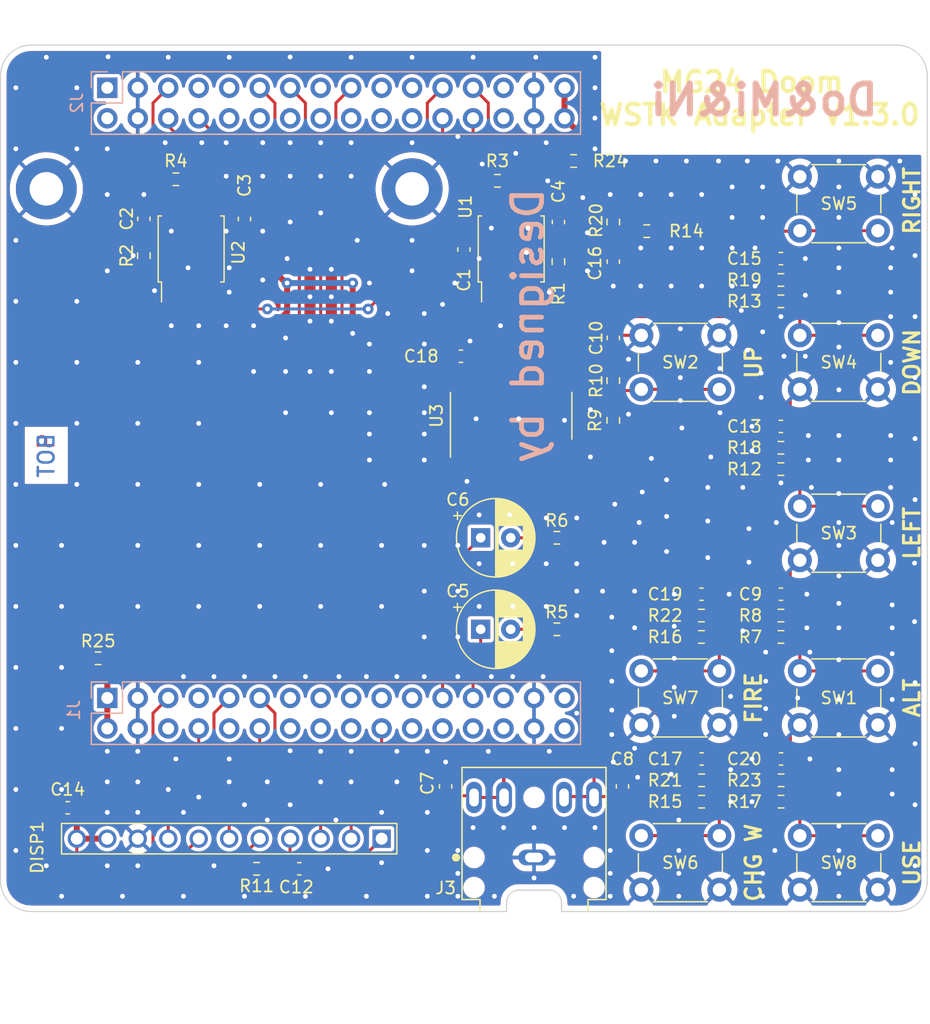
<source format=kicad_pcb>
(kicad_pcb (version 20221018) (generator pcbnew)
  (layers (0 "F.Cu" signal) (31 "B.Cu" signal) (34 "B.Paste" user) (35 "F.Paste" user) (36 "B.SilkS" user "B.Silkscreen") (37 "F.SilkS" user "F.Silkscreen") (38 "B.Mask" user) (39 "F.Mask" user) (44 "Edge.Cuts" user))
  (net 0 "")
  (net 1 "+3V3")
  (net 2 "GND")
  (net 3 "/RIGHT")
  (net 4 "Net-(C5-Pad2)")
  (net 5 "/LEFT")
  (net 6 "Net-(C6-Pad2)")
  (net 7 "Net-(C7-Pad1)")
  (net 8 "Net-(C8-Pad1)")
  (net 9 "/K0")
  (net 10 "/K1")
  (net 11 "Net-(C12-Pad1)")
  (net 12 "/K2")
  (net 13 "/K3")
  (net 14 "/K4")
  (net 15 "/K5")
  (net 16 "/K6")
  (net 17 "/K7")
  (net 18 "/SD_NCS")
  (net 19 "/DISP_DC")
  (net 20 "/DISP_nRST{slash}CS")
  (net 21 "/DISP_MOSI")
  (net 22 "/SD_MISO")
  (net 23 "/DISP_SCK")
  (net 32 "/MOSI_1")
  (net 34 "/MISO_1")
  (net 54 "/MOSI_0")
  (net 55 "/MISO_0")
  (net 56 "/FLASH_NCS")
  (net 59 "Net-(R1-Pad1)")
  (net 60 "Net-(R2-Pad1)")
  (net 61 "Net-(R3-Pad1)")
  (net 62 "Net-(R4-Pad1)")
  (net 63 "Net-(R7-Pad1)")
  (net 64 "Net-(R10-Pad1)")
  (net 65 "Net-(R12-Pad1)")
  (net 66 "Net-(R13-Pad1)")
  (net 67 "Net-(R14-Pad1)")
  (net 68 "Net-(R15-Pad1)")
  (net 69 "Net-(R16-Pad1)")
  (net 70 "Net-(R17-Pad1)")
  (net 71 "/SCK_0")
  (net 72 "/SCK_1")
  (net 74 "/SR_SCK")
  (net 75 "/SR_PL")
  (net 78 "/SR_MISO")
  (net 81 "Net-(J1-Pad1)")
  (net 82 "Net-(J2-Pad31)")
  (footprint "Capacitor_SMD:C_0603_1608Metric" (layer "F.Cu") (at 104.394 137.414)
    (fp_text reference "C13")
    (fp_text value "100n")
  )
  (footprint "Package_SO:SOIC-8_5.275x5.275mm_P1.27mm" (layer "F.Cu") (at 55.245 122.638 90)
    (fp_text reference "U2")
    (fp_text value "W25Q128JVS")
  )
  (footprint "Resistor_SMD:R_0603_1608Metric" (layer "F.Cu") (at 104.394 153.162)
    (fp_text reference "R8")
    (fp_text value "10k")
  )
  (footprint "Button_Switch_THT:SW_PUSH_6mm" (layer "F.Cu") (at 99.262 162.27 180)
    (fp_text reference "SW7")
    (fp_text value "SW_Push")
  )
  (footprint "Resistor_SMD:R_0603_1608Metric" (layer "F.Cu") (at 97.773564 153.162)
    (fp_text reference "R22")
    (fp_text value "10k")
  )
  (footprint "Resistor_SMD:R_0603_1608Metric" (layer "F.Cu") (at 87.122 115.316)
    (fp_text reference "R24")
    (fp_text value "0")
  )
  (footprint "Capacitor_SMD:C_0603_1608Metric" (layer "F.Cu") (at 77.724 131.572)
    (fp_text reference "C18")
    (fp_text value "100n")
  )
  (footprint "Resistor_SMD:R_0603_1608Metric" (layer "F.Cu") (at 85.725 154.305)
    (fp_text reference "R5")
    (fp_text value "330")
  )
  (footprint "Resistor_SMD:R_0603_1608Metric" (layer "F.Cu") (at 104.407 168.656 180)
    (fp_text reference "R17")
    (fp_text value "330")
  )
  (footprint "Button_Switch_THT:SW_PUSH_6mm" (layer "F.Cu") (at 112.47 148.554 180)
    (fp_text reference "SW3")
    (fp_text value "SW_Push")
  )
  (footprint "Capacitor_SMD:C_0603_1608Metric" (layer "F.Cu") (at 97.79 165.1)
    (fp_text reference "C17")
    (fp_text value "100n")
  )
  (footprint "Resistor_SMD:R_0603_1608Metric" (layer "F.Cu") (at 104.394 127 180)
    (fp_text reference "R13")
    (fp_text value "330")
  )
  (footprint "Capacitor_SMD:C_0603_1608Metric" (layer "F.Cu") (at 104.407 165.1)
    (fp_text reference "C20")
    (fp_text value "100n")
  )
  (footprint "Resistor_SMD:R_0603_1608Metric" (layer "F.Cu") (at 90.424 136.906 -90)
    (fp_text reference "R9")
    (fp_text value "10k")
  )
  (footprint "Resistor_SMD:R_0603_1608Metric" (layer "F.Cu") (at 97.79 168.656 180)
    (fp_text reference "R15")
    (fp_text value "330")
  )
  (footprint "Package_SO:SOIC-8_5.275x5.275mm_P1.27mm" (layer "F.Cu") (at 81.915 122.638 90)
    (fp_text reference "U1")
    (fp_text value "W25Q128JVS")
  )
  (footprint "Resistor_SMD:R_0603_1608Metric" (layer "F.Cu") (at 90.424 120.396 90)
    (fp_text reference "R20")
    (fp_text value "10k")
  )
  (footprint "Capacitor_SMD:C_0603_1608Metric" (layer "F.Cu") (at 51.308 120.129 90)
    (fp_text reference "C2")
    (fp_text value "100n")
  )
  (footprint "Resistor_SMD:R_0603_1608Metric" (layer "F.Cu") (at 104.394 139.192)
    (fp_text reference "R18")
    (fp_text value "10k")
  )
  (footprint "Button_Switch_THT:SW_PUSH_6mm" (layer "F.Cu") (at 92.762 129.83)
    (fp_text reference "SW2")
    (fp_text value "SW_Push")
  )
  (footprint "Capacitor_SMD:C_0603_1608Metric" (layer "F.Cu") (at 104.394 123.444)
    (fp_text reference "C15")
    (fp_text value "100n")
  )
  (footprint "Button_Switch_THT:SW_PUSH_6mm" (layer "F.Cu") (at 112.47 134.33 180)
    (fp_text reference "SW4")
    (fp_text value "SW_Push")
  )
  (footprint "Resistor_SMD:R_0603_1608Metric" (layer "F.Cu") (at 104.394 140.97 180)
    (fp_text reference "R12")
    (fp_text value "330")
  )
  (footprint "Capacitor_SMD:C_0603_1608Metric" (layer "F.Cu") (at 85.852 120.396 90)
    (fp_text reference "C4")
    (fp_text value "10u")
  )
  (footprint "Resistor_SMD:R_0603_1608Metric" (layer "F.Cu") (at 97.773564 154.94 180)
    (fp_text reference "R16")
    (fp_text value "330")
  )
  (footprint "Resistor_SMD:R_0603_1608Metric" (layer "F.Cu") (at 93.218 121.158 180)
    (fp_text reference "R14")
    (fp_text value "330")
  )
  (footprint "Capacitor_SMD:C_0603_1608Metric" (layer "F.Cu") (at 104.394 151.384)
    (fp_text reference "C9")
    (fp_text value "100n")
  )
  (footprint "Capacitor_SMD:C_0603_1608Metric" (layer "F.Cu") (at 59.69 120.142 90)
    (fp_text reference "C3")
    (fp_text value "10u")
  )
  (footprint "Capacitor_SMD:C_0603_1608Metric" (layer "F.Cu") (at 64.262 174.244)
    (fp_text reference "C12")
    (fp_text value "100n")
  )
  (footprint "Resistor_SMD:R_0603_1608Metric" (layer "F.Cu") (at 60.706 174.244 180)
    (fp_text reference "R11")
    (fp_text value "10k")
  )
  (footprint "Capacitor_THT:CP_Radial_D6.3mm_P2.50mm" (layer "F.Cu") (at 79.375 154.305)
    (fp_text reference "C5")
    (fp_text value "100u")
  )
  (footprint "Capacitor_SMD:C_0603_1608Metric" (layer "F.Cu") (at 97.773564 151.384)
    (fp_text reference "C19")
    (fp_text value "100n")
  )
  (footprint "Capacitor_SMD:C_0603_1608Metric" (layer "F.Cu") (at 91.186 167.386 90)
    (fp_text reference "C8")
    (fp_text value "47n")
  )
  (footprint "Capacitor_SMD:C_0603_1608Metric" (layer "F.Cu") (at 90.424 130.048 90)
    (fp_text reference "C10")
    (fp_text value "100n")
  )
  (footprint "Button_Switch_THT:SW_PUSH_6mm" (layer "F.Cu") (at 99.262 175.986 180)
    (fp_text reference "SW6")
    (fp_text value "SW_Push")
  )
  (footprint "Resistor_SMD:R_0603_1608Metric" (layer "F.Cu") (at 104.394 154.94 180)
    (fp_text reference "R7")
    (fp_text value "330")
  )
  (footprint "Button_Switch_THT:SW_PUSH_6mm" (layer "F.Cu") (at 112.47 162.27 180)
    (fp_text reference "SW1")
    (fp_text value "SW_Push")
  )
  (footprint "Capacitor_SMD:C_0603_1608Metric" (layer "F.Cu") (at 76.454 167.386 90)
    (fp_text reference "C7")
    (fp_text value "47n")
  )
  (footprint "DoomWSTK:Adafruit4311" (layer "F.Cu") (at 58.42 174.276)
    (fp_text reference "DISP1")
    (fp_text value "Adafruit4311")
  )
  (footprint "Resistor_SMD:R_0603_1608Metric" (layer "F.Cu") (at 85.725 146.685)
    (fp_text reference "R6")
    (fp_text value "330")
  )
  (footprint "Package_SO:SOIC-16_3.9x9.9mm_P1.27mm" (layer "F.Cu") (at 81.915 136.525 90)
    (fp_text reference "U3")
    (fp_text value "74HCS165")
  )
  (footprint "Capacitor_SMD:C_0603_1608Metric" (layer "F.Cu") (at 77.978 122.682 -90)
    (fp_text reference "C1")
    (fp_text value "100n")
  )
  (footprint "Resistor_SMD:R_0603_1608Metric" (layer "F.Cu") (at 104.394 125.222)
    (fp_text reference "R19")
    (fp_text value "10k")
  )
  (footprint "Capacitor_SMD:C_0603_1608Metric" (layer "F.Cu") (at 44.958 169.164 180)
    (fp_text reference "C14")
    (fp_text value "10u")
  )
  (footprint "Button_Switch_THT:SW_PUSH_6mm" (layer "F.Cu") (at 105.97 116.622)
    (fp_text reference "SW5")
    (fp_text value "SW_Push")
  )
  (footprint "Resistor_SMD:R_0603_1608Metric" (layer "F.Cu") (at 90.424 133.604 90)
    (fp_text reference "R10")
    (fp_text value "330")
  )
  (footprint "DoomWSTK:CUI_SJ1-3525NG" (layer "F.Cu") (at 83.82 173.3042 90)
    (fp_text reference "J3")
    (fp_text value "SJ1-3525NG")
  )
  (footprint "Resistor_SMD:R_0603_1608Metric" (layer "F.Cu") (at 85.852 123.698 90)
    (fp_text reference "R1")
    (fp_text value "10k")
  )
  (footprint "Resistor_SMD:R_0603_1608Metric" (layer "F.Cu") (at 53.975 116.84 180)
    (fp_text reference "R4")
    (fp_text value "10k")
  )
  (footprint "Capacitor_SMD:C_0603_1608Metric" (layer "F.Cu") (at 90.424 123.698 -90)
    (fp_text reference "C16")
    (fp_text value "100n")
  )
  (footprint "Resistor_SMD:R_0603_1608Metric" (layer "F.Cu") (at 104.407 166.878)
    (fp_text reference "R23")
    (fp_text value "10k")
  )
  (footprint "Capacitor_THT:CP_Radial_D6.3mm_P2.50mm" (layer "F.Cu") (at 79.375 146.685)
    (fp_text reference "C6")
    (fp_text value "100u")
  )
  (footprint "Resistor_SMD:R_0603_1608Metric" (layer "F.Cu") (at 80.772 116.967 180)
    (fp_text reference "R3")
    (fp_text value "10k")
  )
  (footprint "Resistor_SMD:R_0603_1608Metric" (layer "F.Cu") (at 51.308 123.2 90)
    (fp_text reference "R2")
    (fp_text value "10k")
  )
  (footprint "Resistor_SMD:R_0603_1608Metric" (layer "F.Cu") (at 47.498 156.718)
    (fp_text reference "R25")
    (fp_text value "0 - NM")
  )
  (footprint "Resistor_SMD:R_0603_1608Metric" (layer "F.Cu") (at 97.79 166.878)
    (fp_text reference "R21")
    (fp_text value "10k")
  )
  (footprint "Button_Switch_THT:SW_PUSH_6mm" (layer "F.Cu") (at 112.47 175.986 180)
    (fp_text reference "SW8")
    (fp_text value "SW_Push")
  )
  (footprint "Connector_PinHeader_2.54mm:PinHeader_2x16_P2.54mm_Vertical" (layer "B.Cu") (at 48.26 160.02 -90)
    (fp_text reference "J1")
    (fp_text value "Conn_02x16_Odd_Even")
  )
  (footprint "Connector_PinHeader_2.54mm:PinHeader_2x16_P2.54mm_Vertical" (layer "B.Cu") (at 48.26 109.22 -90)
    (fp_text reference "J2")
    (fp_text value "Conn_02x16_Odd_Even")
  )
  (gr_line (start 86.106 177.8) (end 86.106 177.038) (stroke (width 0.1)) (layer "Edge.Cuts"))
  (gr_arc (start 85.09 176.022) (mid 85.80842 176.31958) (end 86.106 177.038) (stroke (width 0.1)) (layer "Edge.Cuts"))
  (gr_line (start 116.586 108.204) (end 116.586 175.26) (stroke (width 0.1)) (layer "Edge.Cuts"))
  (gr_line (start 41.91 105.664) (end 114.046 105.664) (stroke (width 0.1)) (layer "Edge.Cuts"))
  (gr_line (start 81.534 177.8) (end 41.91 177.8) (stroke (width 0.1)) (layer "Edge.Cuts"))
  (gr_line (start 82.55 176.022) (end 85.09 176.022) (stroke (width 0.1)) (layer "Edge.Cuts"))
  (gr_line (start 39.37 175.26) (end 39.37 108.204) (stroke (width 0.1)) (layer "Edge.Cuts"))
  (gr_line (start 114.046 177.8) (end 86.106 177.8) (stroke (width 0.1)) (layer "Edge.Cuts"))
  (gr_arc (start 116.586 175.26) (mid 115.842051 177.056051) (end 114.046 177.8) (stroke (width 0.1)) (layer "Edge.Cuts"))
  (gr_arc (start 41.91 177.8) (mid 40.113949 177.056051) (end 39.37 175.26) (stroke (width 0.1)) (layer "Edge.Cuts"))
  (gr_arc (start 39.37 108.204) (mid 40.113949 106.407949) (end 41.91 105.664) (stroke (width 0.1)) (layer "Edge.Cuts"))
  (gr_line (start 81.534 177.038) (end 81.534 177.8) (stroke (width 0.1)) (layer "Edge.Cuts"))
  (gr_arc (start 81.534 177.038) (mid 81.83158 176.31958) (end 82.55 176.022) (stroke (width 0.1)) (layer "Edge.Cuts"))
  (gr_arc (start 114.046 105.664) (mid 115.842051 106.407949) (end 116.586 108.204) (stroke (width 0.1)) (layer "Edge.Cuts"))
  (gr_text "TOP" (at 43.18 139.827 90) (layer "F.Cu") (effects (font (size 1.3 1.3) (thickness 0.2032))))
  (gr_text "BOT" (at 43.18 139.827 90) (layer "B.Cu") (effects (font (size 1.3 1.3) (thickness 0.2032)) (justify mirror)))
  (gr_text "Designed by" (at 83.312 129.032 90) (layer "B.SilkS") (effects (font (size 2.5 2.5) (thickness 0.4)) (justify mirror)))
  (gr_text "Do&Mi&Ni" (at 102.997 110.236) (layer "B.SilkS") (effects (font (size 2.5 2.5) (thickness 0.5)) (justify mirror)))
  (gr_text "CHG W" (at 102.108 173.736 90) (layer "F.SilkS") (effects (font (size 1.3 1.3) (thickness 0.25))))
  (gr_text "ALT" (at 115.316 160.02 90) (layer "F.SilkS") (effects (font (size 1.3 1.3) (thickness 0.25))))
  (gr_text "DOWN" (at 115.316 132.08 90) (layer "F.SilkS") (effects (font (size 1.3 1.3) (thickness 0.25))))
  (gr_text "LEFT" (at 115.316 146.304 90) (layer "F.SilkS") (effects (font (size 1.3 1.3) (thickness 0.25))))
  (gr_text "USE" (at 115.316 173.736 90) (layer "F.SilkS") (effects (font (size 1.3 1.3) (thickness 0.25))))
  (gr_text "RIGHT" (at 115.316 118.618 90) (layer "F.SilkS") (effects (font (size 1.3 1.3) (thickness 0.25))))
  (gr_text "MG24 Doom \nWSTK Adapter V1.3.0" (at 102.616 110.109) (layer "F.SilkS") (effects (font (size 1.7 1.7) (thickness 0.35))))
  (gr_text "UP" (at 102.108 132.08 90) (layer "F.SilkS") (effects (font (size 1.3 1.3) (thickness 0.25))))
  (gr_text "FIRE" (at 102.108 160.02 90) (layer "F.SilkS") (effects (font (size 1.3 1.3) (thickness 0.25))))
  (segment (start 114.554 145.796) (end 114.554 146.304) (width 0.25) (layer "F.Cu") (net 1))
  (segment (start 45.733 169.164) (end 45.733 157.658) (width 0.5) (layer "F.Cu") (net 1))
  (segment (start 46.673 144.462) (end 63.246 127.889) (width 0.5) (layer "F.Cu") (net 1))
  (segment (start 85.865 121.158) (end 87.122 121.158) (width 0.4) (layer "F.Cu") (net 1))
  (segment (start 113.792 173.736) (end 103.569 173.736) (width 0.25) (layer "F.Cu") (net 1))
  (segment (start 51.308 122.3965) (end 51.308 120.9355) (width 0.4) (layer "F.Cu") (net 1))
  (segment (start 53.4 117.8) (end 53.15 117.55) (width 0.25) (layer "F.Cu") (net 1))
  (segment (start 60.053 122.375) (end 63.2 125.522) (width 0.5) (layer "F.Cu") (net 1))
  (segment (start 101.092 171.259) (end 102.8385 173.0055) (width 0.25) (layer "F.Cu") (net 1))
  (segment (start 86.347 118.605) (end 87.185 119.443) (width 0.5) (layer "F.Cu") (net 1))
  (segment (start 114.554 139.192) (end 114.554 145.796) (width 0.25) (layer "F.Cu") (net 1))
  (segment (start 79.927 118.872) (end 80.137 119.082) (width 0.25) (layer "F.Cu") (net 1))
  (segment (start 114.554 172.974) (end 113.792 173.736) (width 0.25) (layer "F.Cu") (net 1))
  (segment (start 76.949 129.299) (end 76.949 128.651) (width 0.5) (layer "F.Cu") (net 1))
  (segment (start 51.308 122.375) (end 59.743 122.375) (width 0.5) (layer "F.Cu") (net 1))
  (segment (start 103.695 146.304) (end 114.554 146.304) (width 0.25) (layer "F.Cu") (net 1))
  (segment (start 46.673 156.718) (end 46.673 144.462) (width 0.5) (layer "F.Cu") (net 1))
  (segment (start 114.554 119.38) (end 114.554 125.222) (width 0.25) (layer "F.Cu") (net 1))
  (segment (start 48.26 171.736) (end 45.72 171.736) (width 0.5) (layer "F.Cu") (net 1))
  (segment (start 98.044 119.571) (end 90.424 119.571) (width 0.25) (layer "F.Cu") (net 1))
  (segment (start 59.743 122.375) (end 60.053 122.375) (width 0.5) (layer "F.Cu") (net 1))
  (segment (start 59.69 122.322) (end 59.743 122.375) (width 0.5) (layer "F.Cu") (net 1))
  (segment (start 103.0925 173.2595) (end 102.8385 173.0055) (width 0.25) (layer "F.Cu") (net 1))
  (segment (start 86.347 117.094) (end 86.347 118.605) (width 0.5) (layer "F.Cu") (net 1))
  (segment (start 59.881 174.244) (end 59.881 175.451) (width 0.25) (layer "F.Cu") (net 1))
  (segment (start 78.994 119.888) (end 79.756 119.888) (width 0.4) (layer "F.Cu") (net 1))
  (segment (start 76.949 132.321) (end 76.949 131.572) (width 0.4) (layer "F.Cu") (net 1))
  (segment (start 87.185 121.221) (end 87.185 121.857) (width 0.5) (layer "F.Cu") (net 1))
  (segment (start 53.15 117.55) (end 53.15 116.84) (width 0.25) (layer "F.Cu") (net 1))
  (segment (start 105.219 139.192) (end 114.554 139.192) (width 0.25) (layer "F.Cu") (net 1))
  (segment (start 90.424 137.731) (end 95.122 137.731) (width 0.25) (layer "F.Cu") (net 1))
  (segment (start 59.944 175.514) (end 67.342 175.514) (width 0.25) (layer "F.Cu") (net 1))
  (segment (start 52.296 120.904) (end 53.34 119.86) (width 0.4) (layer "F.Cu") (net 1))
  (segment (start 80.01 119.038) (end 79.947 118.975) (width 0.25) (layer "F.Cu") (net 1))
  (segment (start 45.72 171.736) (end 45.72 174.244) (width 0.25) (layer "F.Cu") (net 1))
  (segment (start 86.297 117.044) (end 86.347 117.094) (width 0.5) (layer "F.Cu") (net 1))
  (segment (start 87.439 119.571) (end 87.185 119.825) (width 0.25) (layer "F.Cu") (net 1))
  (segment (start 103.569 173.736) (end 103.0925 173.2595) (width 0.25) (layer "F.Cu") (net 1))
  (segment (start 45.733 157.658) (end 46.673 156.718) (width 0.5) (layer "F.Cu") (net 1))
  (segment (start 79.756 119.888) (end 80.01 119.634) (width 0.4) (layer "F.Cu") (net 1))
  (segment (start 114.554 152.908) (end 114.554 153.162) (width 0.25) (layer "F.Cu") (net 1))
  (segment (start 45.72 169.177) (end 45.733 169.164) (width 0.5) (layer "F.Cu") (net 1))
  (segment (start 87.122 121.158) (end 87.185 121.221) (width 0.4) (layer "F.Cu") (net 1))
  (segment (start 87.185 119.825) (end 87.185 121.221) (width 0.5) (layer "F.Cu") (net 1))
  (segment (start 76.949 128.651) (end 77.584 128.016) (width 0.5) (layer "F.Cu") (net 1))
  (segment (start 98.598564 153.162) (end 101.092 155.655436) (width 0.25) (layer "F.Cu") (net 1))
  (segment (start 105.232 166.878) (end 114.554 166.878) (width 0.25) (layer "F.Cu") (net 1))
  (segment (start 98.997 118.618) (end 113.792 118.618) (width 0.25) (layer "F.Cu") (net 1))
  (segment (start 98.615 166.878) (end 101.092 166.878) (width 0.25) (layer "F.Cu") (net 1))
  (segment (start 80.01 119.634) (end 80.01 119.038) (width 0.4) (layer "F.Cu") (net 1))
  (segment (start 63.246 127.889) (end 63.246 125.476) (width 0.5) (layer "F.Cu") (net 1))
  (segment (start 90.424 119.571) (end 87.439 119.571) (width 0.25) (layer "F.Cu") (net 1))
  (segment (start 84.087 121.907) (end 84.836 121.158) (width 0.4) (layer "F.Cu") (net 1))
  (segment (start 101.4415 171.6085) (end 102.108 172.275) (width 0.25) (layer "F.Cu") (net 1))
  (segment (start 53.34 119.86) (end 53.34 118.955) (width 0.4) (layer "F.Cu") (net 1))
  (segment (start 77.978 120.904) (end 78.994 119.888) (width 0.4) (layer "F.Cu") (net 1))
  (segment (start 77.978 121.907) (end 84.087 121.907) (width 0.4) (layer "F.Cu") (net 1))
  (segment (start 69.863 129.299) (end 68.707 128.143) (width 0.5) (layer "F.Cu") (net 1))
  (segment (start 85.839 121.158) (end 85.852 121.171) (width 0.4) (layer "F.Cu") (net 1))
  (segment (start 51.308 120.904) (end 52.296 120.904) (width 0.4) (layer "F.Cu") (net 1))
  (segment (start 114.554 153.162) (end 114.554 166.878) (width 0.25) (layer "F.Cu") (net 1))
  (segment (start 95.122 137.731) (end 103.695 146.304) (width 0.25) (layer "F.Cu") (net 1))
  (segment (start 85.852 122.873) (end 87.185 122.873) (width 0.4) (layer "F.Cu") (net 1))
  (segment (start 53.34 118.955) (end 53.4 118.895) (width 0.25) (layer "F.Cu") (net 1))
  (segment (start 76.949 129.299) (end 69.863 129.299) (width 0.5) (layer "F.Cu") (net 1))
  (segment (start 87.185 119.443) (end 87.185 119.825) (width 0.5) (layer "F.Cu") (net 1))
  (segment (start 113.792 118.618) (end 114.554 119.38) (width 0.25) (layer "F.Cu") (net 1))
  (segment (start 84.836 121.158) (end 85.839 121.158) (width 0.4) (layer "F.Cu") (net 1))
  (segment (start 59.69 120.917) (end 59.69 122.322) (width 0.5) (layer "F.Cu") (net 1))
  (segment (start 79.947 118.975) (end 79.947 116.967) (width 0.25) (layer "F.Cu") (net 1))
  (segment (start 77.584 128.016) (end 85.344 128.016) (width 0.5) (layer "F.Cu") (net 1))
  (segment (start 77.978 122.0405) (end 77.978 120.904) (width 0.4) (layer "F.Cu") (net 1))
  (segment (start 76.949 131.572) (end 76.949 129.299) (width 0.5) (layer "F.Cu") (net 1))
  (segment (start 45.72 174.244) (end 46.99 175.514) (width 0.25) (layer "F.Cu") (net 1))
  (segment (start 67.342 175.514) (end 71.12 171.736) (width 0.25) (layer "F.Cu") (net 1))
  (segment (start 101.092 166.878) (end 101.092 171.259) (width 0.25) (layer "F.Cu") (net 1))
  (segment (start 114.554 146.304) (end 114.554 152.908) (width 0.25) (layer "F.Cu") (net 1))
  (segment (start 59.881 175.451) (end 59.944 175.514) (width 0.25) (layer "F.Cu") (net 1))
  (segment (start 105.219 125.222) (end 114.554 125.222) (width 0.25) (layer "F.Cu") (net 1))
  (segment (start 53.4 118.895) (end 53.4 117.8) (width 0.25) (layer "F.Cu") (net 1))
  (segment (start 86.297 115.316) (end 86.297 117.044) (width 0.5) (layer "F.Cu") (net 1))
  (segment (start 85.344 128.016) (end 87.185 126.175) (width 0.5) (layer "F.Cu") (net 1))
  (segment (start 77.47 132.842) (end 76.949 132.321) (width 0.4) (layer "F.Cu") (net 1))
  (segment (start 102.8385 173.0055) (end 102.108 172.275) (width 0.25) (layer "F.Cu") (net 1))
  (segment (start 87.185 122.873) (end 87.185 121.857) (width 0.5) (layer "F.Cu") (net 1))
  (segment (start 105.219 153.162) (end 114.554 153.162) (width 0.25) (layer "F.Cu") (net 1))
  (segment (start 46.99 175.514) (end 59.944 175.514) (width 0.25) (layer "F.Cu") (net 1))
  (segment (start 87.185 126.175) (end 87.185 122.873) (width 0.5) (layer "F.Cu") (net 1))
  (segment (start 77.47 134.05) (end 77.47 132.842) (width 0.4) (layer "F.Cu") (net 1))
  (segment (start 101.092 155.655436) (end 101.092 166.878) (width 0.25) (layer "F.Cu") (net 1))
  (segment (start 45.72 171.736) (end 45.72 169.177) (width 0.5) (layer "F.Cu") (net 1))
  (segment (start 114.554 125.222) (end 114.554 139.192) (width 0.25) (layer "F.Cu") (net 1))
  (segment (start 114.554 166.878) (end 114.554 172.974) (width 0.25) (layer "F.Cu") (net 1))
  (segment (start 98.044 119.571) (end 98.997 118.618) (width 0.25) (layer "F.Cu") (net 1))
  (segment (start 68.707 128.143) (end 68.707 125.476) (width 0.5) (layer "F.Cu") (net 1))
  (segment (start 85.852 121.171) (end 85.865 121.158) (width 0.4) (layer "F.Cu") (net 1))
  (via (at 63.246 125.476) (size 0.9) (drill 0.4) (layers "F.Cu" "B.Cu") (net 1))
  (via (at 68.707 125.476) (size 0.9) (drill 0.4) (layers "F.Cu" "B.Cu") (net 1))
  (segment (start 63.246 125.476) (end 68.707 125.476) (width 0.5) (layer "B.Cu") (net 1))
  (segment (start 77.978 123.457) (end 79.235 123.457) (width 0.25) (layer "F.Cu") (net 2))
  (segment (start 78.74 131.813) (end 78.499 131.572) (width 0.25) (layer "F.Cu") (net 2))
  (segment (start 83.82 126.238) (end 85.09 126.238) (width 0.25) (layer "F.Cu") (net 2))
  (segment (start 79.235 123.457) (end 79.248 123.444) (width 0.25) (layer "F.Cu") (net 2))
  (segment (start 65.037 174.244) (end 66.6496 174.244) (width 0.25) (layer "F.Cu") (net 2))
  (segment (start 57.15 126.238) (end 58.42 126.238) (width 0.25) (layer "F.Cu") (net 2))
  (segment (start 91.186 166.611) (end 92.443 166.611) (width 0.25) (layer "F.Cu") (net 2))
  (segment (start 43.18 117.634) (end 43.503 117.634) (width 0.4) (layer "F.Cu") (net 2))
  (segment (start 105.169 149.355) (end 105.97 148.554) (width 0.25) (layer "F.Cu") (net 2))
  (segment (start 90.981 129.83) (end 90.424 129.273) (width 0.25) (layer "F.Cu") (net 2))
  (segment (start 76.454 166.611) (end 76.454 165.354) (width 0.25) (layer "F.Cu") (net 2))
  (segment (start 90.424 124.473) (end 90.424 125.73) (width 0.25) (layer "F.Cu") (net 2))
  (segment (start 92.762 129.83) (end 90.981 129.83) (width 0.25) (layer "F.Cu") (net 2))
  (segment (start 78.499 130.315) (end 78.486 130.302) (width 0.25) (layer "F.Cu") (net 2))
  (segment (start 105.169 151.384) (end 105.169 149.355) (width 0.25) (layer "F.Cu") (net 2))
  (segment (start 105.169 135.131) (end 105.97 134.33) (width 0.25) (layer "F.Cu") (net 2))
  (segment (start 86.36 139) (end 86.36 136.906) (width 0.5) (layer "F.Cu") (net 2))
  (segment (start 78.74 134.05) (end 78.74 131.813) (width 0.25) (layer "F.Cu") (net 2))
  (segment (start 78.499 131.572) (end 78.499 130.315) (width 0.25) (layer "F.Cu") (net 2))
  (segment (start 51.308 119.354) (end 51.308 118.11) (width 0.25) (layer "F.Cu") (net 2))
  (segment (start 105.182 163.058) (end 105.97 162.27) (width 0.25) (layer "F.Cu") (net 2))
  (segment (start 87.897 118.351) (end 87.884 118.364) (width 0.25) (layer "F.Cu") (net 2))
  (segment (start 92.443 166.611) (end 92.456 166.624) (width 0.25) (layer "F.Cu") (net 2))
  (segment (start 105.182 165.1) (end 105.182 163.058) (width 0.25) (layer "F.Cu") (net 2))
  (segment (start 105.169 123.444) (end 105.156 123.444) (width 0.25) (layer "F.Cu") (net 2))
  (segment (start 105.156 123.444) (end 106.426 123.444) (width 0.25) (layer "F.Cu") (net 2))
  (segment (start 105.169 137.414) (end 105.169 135.131) (width 0.25) (layer "F.Cu") (net 2))
  (via (at 50.8 137.16) (size 0.9) (drill 0.4) (layers "F.Cu" "B.Cu") (net 2))
  (via (at 40.64 162.56) (size 0.9) (drill 0.4) (layers "F.Cu" "B.Cu") (net 2))
  (via (at 109.22 172.72) (size 0.9) (drill 0.4) (layers "F.Cu" "B.Cu") (net 2))
  (via (at 113.665 160.147) (size 0.9) (drill 0.4) (layers "F.Cu" "B.Cu") (net 2))
  (via (at 74.676 130.556) (size 0.9) (drill 0.4) (layers "F.Cu" "B.Cu") (net 2))
  (via (at 48.26 124.46) (size 0.9) (drill 0.4) (layers "F.Cu" "B.Cu") (net 2))
  (via (at 76.454 165.354) (size 0.9) (drill 0.4) (layers "F.Cu" "B.Cu") (net 2))
  (via (at 82.296 114.681) (size 0.9) (drill 0.4) (layers "F.Cu" "B.Cu") (net 2))
  (via (at 55.88 147.32) (size 0.9) (drill 0.4) (layers "F.Cu" "B.Cu") (net 2))
  (via (at 72.39 167.005) (size 0.9) (drill 0.4) (layers "F.Cu" "B.Cu") (net 2))
  (via (at 115.57 133.35) (size 0.9) (drill 0.4) (layers "F.Cu" "B.Cu") (net 2))
  (via (at 100.203 168.656) (size 0.9) (drill 0.4) (layers "F.Cu" "B.Cu") (net 2))
  (via (at 74.676 147.32) (size 0.9) (drill 0.4) (layers "F.Cu" "B.Cu") (net 2))
  (via (at 92.71 118.11) (size 0.9) (drill 0.4) (layers "F.Cu" "B.Cu") (net 2))
  (via (at 60.452 129.032) (size 0.9) (drill 0.4) (layers "F.Cu" "B.Cu") (net 2))
  (via (at 95.504 156.718) (size 0.9) (drill 0.4) (layers "F.Cu" "B.Cu") (net 2))
  (via (at 55.88 152.4) (size 0.9) (drill 0.4) (layers "F.Cu" "B.Cu") (net 2))
  (via (at 78.994 136.779) (size 0.9) (drill 0.4) (layers "F.Cu" "B.Cu") (net 2))
  (via (at 95.885 176.53) (size 0.9) (drill 0.4) (layers "F.Cu" "B.Cu") (net 2))
  (via (at 109.22 174.625) (size 0.9) (drill 0.4) (layers "F.Cu" "B.Cu") (net 2))
  (via (at 66.04 152.4) (size 0.9) (drill 0.4) (layers "F.Cu" "B.Cu") (net 2))
  (via (at 77.47 147.32) (size 0.9) (drill 0.4) (layers "F.Cu" "B.Cu") (net 2))
  (via (at 92.71 125.73) (size 0.9) (drill 0.4) (layers "F.Cu" "B.Cu") (net 2))
  (via (at 70.104 132.842) (size 0.9) (drill 0.4) (layers "F.Cu" "B.Cu") (net 2))
  (via (at 84.963 116.967) (size 0.9) (drill 0.4) (layers "F.Cu" "B.Cu") (net 2))
  (via (at 50.8 142.24) (size 0.9) (drill 0.4) (layers "F.Cu" "B.Cu") (net 2))
  (via (at 40.64 157.48) (size 0.9) (drill 0.4) (layers "F.Cu" "B.Cu") (net 2))
  (via (at 90.424 125.73) (size 0.9) (drill 0.4) (layers "F.Cu" "B.Cu") (net 2))
  (via (at 100.33 117.475) (size 0.9) (drill 0.4) (layers "F.Cu" "B.Cu") (net 2))
  (via (at 87.376 145.034) (size 0.9) (drill 0.4) (layers "F.Cu" "B.Cu") (net 2))
  (via (at 58.166 121.158) (size 0.9) (drill 0.4) (layers "F.Cu" "B.Cu") (net 2))
  (via (at 95.25 166.37) (size 0.9) (drill 0.4) (layers "F.Cu" "B.Cu") (net 2))
  (via (at 91.694 131.826) (size 0.9) (drill 0.4) (layers "F.Cu" "B.Cu") (net 2))
  (via (at 65.151 128.651) (size 0.9) (drill 0.4) (layers "F.Cu" "B.Cu") (net 2))
  (via (at 113.538 142.494) (size 0.9) (drill 0.4) (layers "F.Cu" "B.Cu") (net 2))
  (via (at 94.869 147.828) (size 0.9) (drill 0.4) (layers "F.Cu" "B.Cu") (net 2))
  (via (at 113.665 122.555) (size 0.9) (drill 0.4) (layers "F.Cu" "B.Cu") (net 2))
  (via (at 77.47 172.72) (size 0.9) (drill 0.4) (layers "F.Cu" "B.Cu") (net 2))
  (via (at 71.12 147.32) (size 0.9) (drill 0.4) (layers "F.Cu" "B.Cu") (net 2))
  (via (at 88.9 114.3) (size 0.9) (drill 0.4) (layers "F.Cu" "B.Cu") (net 2))
  (via (at 106.426 126.492) (size 0.9) (drill 0.4) (layers "F.Cu" "B.Cu") (net 2))
  (via (at 100.076 151.384) (size 0.9) (drill 0.4) (layers "F.Cu" "B.Cu") (net 2))
  (via (at 106.68 138.176) (size 0.9) (drill 0.4) (layers "F.Cu" "B.Cu") (net 2))
  (via (at 83.965531 106.68) (size 0.9) (drill 0.4) (layers "F.Cu" "B.Cu") (net 2))
  (via (at 70.104 136.271) (size 0.9) (drill 0.4) (layers "F.Cu" "B.Cu") (net 2))
  (via (at 109.22 140.208) (size 0.9) (drill 0.4) (layers "F.Cu" "B.Cu") (net 2))
  (via (at 63.5 120.396) (size 0.9) (drill 0.4) (layers "F.Cu" "B.Cu") (net 2))
  (via (at 102.87 174.625) (size 0.9) (drill 0.4) (layers "F.Cu" "B.Cu") (net 2))
  (via (at 48.26 169.545) (size 0.9) (drill 0.4) (layers "F.Cu" "B.Cu") (net 2))
  (via (at 103.124 163.068) (size 0.9) (drill 0.4) (layers "F.Cu" "B.Cu") (net 2))
  (via (at 69.85 176.53) (size 0.9) (drill 0.4) (layers "F.Cu" "B.Cu") (net 2))
  (via (at 59.69 158.242) (size 0.9) (drill 0.4) (layers "F.Cu" "B.Cu") (net 2))
  (via (at 95.25 122.555) (size 0.9) (drill 0.4) (layers "F.Cu" "B.Cu") (net 2))
  (via (at 95.885 172.72) (size 0.9) (drill 0.4) (layers "F.Cu" "B.Cu") (net 2))
  (via (at 66.6496 174.244) (size 0.9) (drill 0.4) (layers "F.Cu" "B.Cu") (net 2))
  (via (at 103.124 160.909) (size 0.9) (drill 0.4) (layers "F.Cu" "B.Cu") (net 2))
  (via (at 58.42 167.005) (size 0.9) (drill 0.4) (layers "F.Cu" "B.Cu") (net 2))
  (via (at 82.042 158.242) (size 0.9) (drill 0.4) (layers "F.Cu" "B.Cu") (net 2))
  (via (at 63.119 130.048) (size 0.9) (drill 0.4) (layers "F.Cu" "B.Cu") (net 2))
  (via (at 96.012 129.286) (size 0.9) (drill 0.4) (layers "F.Cu" "B.Cu") (net 2))
  (via (at 80.01 164.465) (size 0.9) (drill 0.4) (layers "F.Cu" "B.Cu") (net 2))
  (via (at 40.64 142.24) (size 0.9) (drill 0.4) (layers "F.Cu" "B.Cu") (net 2))
  (via (at 63.5 113.792) (size 0.9) (drill 0.4) (layers "F.Cu" "B.Cu") (net 2))
  (via (at 82.042 152.4) (size 0.9) (drill 0.4) (layers "F.Cu" "B.Cu") (net 2))
  (via (at 101.981 137.414) (size 0.9) (drill 0.4) (layers "F.Cu" "B.Cu") (net 2))
  (via (at 53.086 113.792) (size 0.9) (drill 0.4) (layers "F.Cu" "B.Cu") (net 2))
  (via (at 78.74 170.815) (size 0.9) (drill 0.4) (layers "F.Cu" "B.Cu") (net 2))
  (via (at 113.665 145.415) (size 0.9) (drill 0.4) (layers "F.Cu" "B.Cu") (net 2))
  (via (at 79.248 152.4) (size 0.9) (drill 0.4) (layers "F.Cu" "B.Cu") (net 2))
  (via (at 70.104 125.476) (size 0.9) (drill 0.4) (layers "F.Cu" "B.Cu") (net 2))
  (via (at 115.529974 153.666316) (size 0.9) (drill 0.4) (layers "F.Cu" "B.Cu") (net 2))
  (via (at 63.5 168.91) (size 0.9) (drill 0.4) (layers "F.Cu" "B.Cu") (net 2))
  (via (at 40.64 114.3) (size 0.9) (drill 0.4) (layers "F.Cu" "B.Cu") (net 2))
  (via (at 87.376 148.844) (size 0.9) (drill 0.4) (layers "F.Cu" "B.Cu") (net 2))
  (via (at 97.79 125.73) (size 0.9) (drill 0.4) (layers "F.Cu" "B.Cu") (net 2))
  (via (at 83.312 120.904) (size 0.9) (drill 0.4) (layers "F.Cu" "B.Cu") (net 2))
  (via (at 66.04 164.465) (size 0.9) (drill 0.4) (layers "F.Cu" "B.Cu") (net 2))
  (via (at 83.82 175.006) (size 0.9) (drill 0.4) (layers "F.Cu" "B.Cu") (net 2))
  (via (at 113.538 126.238) (size 0.9) (drill 0.4) (layers "F.Cu" "B.Cu") (net 2))
  (via (at 67.564 158.242) (size 0.9) (drill 0.4) (layers "F.Cu" "B.Cu") (net 2))
  (via (at 86.36 170.815) (size 0.9) (drill 0.4) (layers "F.Cu" "B.Cu") (net 2))
  (via (at 101.219 154.432) (size 0.9) (drill 0.4) (layers "F.Cu" "B.Cu") (net 2))
  (via (at 74.676 140.208) (size 0.9) (drill 0.4) (layers "F.Cu" "B.Cu") (net 2))
  (via (at 101.59415 115.316) (size 0.9) (drill 0.4) (layers "F.Cu" "B.Cu") (net 2))
  (via (at 100.33 125.73) (size 0.9) (drill 0.4) (layers "F.Cu" "B.Cu") (net 2))
  (via (at 74.676 128.016) (size 0.9) (drill 0.4) (layers "F.Cu" "B.Cu") (net 2))
  (via (at 61.595 170.18) (size 0.9) (drill 0.4) (layers "F.Cu" "B.Cu") (net 2))
  (via (at 109.22 165.989) (size 0.9) (drill 0.4) (layers "F.Cu" "B.Cu") (net 2))
  (via (at 88.265 121.285) (size 0.9) (drill 0.4) (layers "F.Cu" "B.Cu") (net 2))
  (via (at 55.88 137.16) (size 0.9) (drill 0.4) (layers "F.Cu" "B.Cu") (net 2))
  (via (at 62.23 158.242) (size 0.9) (drill 0.4) (layers "F.Cu" "B.Cu") (net 2))
  (via (at 101.981 168.656) (size 0.9) (drill 0.4) (layers "F.Cu" "B.Cu") (net 2))
  (via (at 68.58 113.792) (size 0.9) (drill 0.4) (layers "F.Cu" "B.Cu") (net 2))
  (via (at 92.456 166.624) (size 0.9) (drill 0.4) (layers "F.Cu" "B.Cu") (net 2))
  (via (at 88.265 124.46) (size 0.9) (drill 0.4) (layers "F.Cu" "B.Cu") (net 2))
  (via (at 88.519 139.954) (size 0.9) (drill 0.4) (layers "F.Cu" "B.Cu") (net 2))
  (via (at 71.12 169.545) (size 0.9) (drill 0.4) (layers "F.Cu" "B.Cu") (net 2))
  (via (at 67.31 170.18) (size 0.9) (drill 0.4) (layers "F.Cu" "B.Cu") (net 2))
  (via (at 44.45 147.32) (size 0.9) (drill 0.4) (layers "F.Cu" "B.Cu") (net 2))
  (via (at 40.64 147.32) (size 0.9) (drill 0.4) (layers "F.Cu" "B.Cu") (net 2))
  (via (at 66.929 128.651) (size 0.9) (drill 0.4) (layers "F.Cu" "B.Cu") (net 2))
  (via (at 109.22 138.176) (size 0.9) (drill 0.4) (layers "F.Cu" "B.Cu") (net 2))
  (via (at 53.34 167.64) (size 0.9) (drill 0.4) (layers "F.Cu" "B.Cu") (net 2))
  (via (at 53.594 121.158) (size 0.9) (drill 0.4) (layers "F.Cu" "B.Cu") (net 2))
  (via (at 109.22 115.316) (size 0.9) (drill 0.4) (layers "F.Cu" "B.Cu") (net 2))
  (via (at 102.235 125.73) (size 0.9) (drill 0.4) (layers "F.Cu" "B.Cu") (net 2))
  (via (at 73.66 121.92) (size 0.9) (drill 0.4) (layers "F.Cu" "B.Cu") (net 2))
  (via (at 74.93 176.53) (size 0.9) (drill 0.4) (layers "F.Cu" "B.Cu") (net 2))
  (via (at 57.15 173.99) (size 0.9) (drill 0.4) (layers "F.Cu" "B.Cu") (net 2))
  (via (at 73.66 124.46) (size 0.9) (drill 0.4) (layers "F.Cu" "B.Cu") (net 2))
  (via (at 70.104 140.208) (size 0.9) (drill 0.4) (layers "F.Cu" "B.Cu") (net 2))
  (via (at 96.139 137.541) (size 0.9) (drill 0.4) (layers "F.Cu" "B.Cu") (net 2))
  (via (at 115.57 158.75) (size 0.9) (drill 0.4) (layers "F.Cu" "B.Cu") (net 2))
  (via (at 106.807 165.1) (size 0.9) (drill 0.4) (layers "F.Cu" "B.Cu") (net 2))
  (via (at 43.18 106.68) (size 0.9) (drill 0.4) (layers "F.Cu" "B.Cu") (net 2))
  (via (at 109.22 134.366) (size 0.9) (drill 0.4) (layers "F.Cu" "B.Cu") (net 2))
  (via (at 103.124 156.21) (size 0.9) (drill 0.4) (layers "F.Cu" "B.Cu") (net 2))
  (via (at 102.743 132.969) (size 0.9) (drill 0.4) (layers "F.Cu" "B.Cu") (net 2))
  (via (at 109.22 126.238) (size 0.9) (drill 0.4) (layers "F.Cu" "B.Cu") (net 2))
  (via (at 40.64 127) (size 0.9) (drill 0.4) (layers "F.Cu" "B.Cu") (net 2))
  (via (at 94.869 144.907) (size 0.9) (drill 0.4) (layers "F.Cu" "B.Cu") (net 2))
  (via (at 40.64 152.4) (size 0.9) (drill 0.4) (layers "F.Cu" "B.Cu") (net 2))
  (via (at 69.85 158.242) (size 0.9) (drill 0.4) (layers "F.Cu" "B.Cu") (net 2))
  (via (at 61.214 116.586) (size 0.9) (drill 0.4) (layers "F.Cu" "B.Cu") (net 2))
  (via (at 87.122 176.53) (size 0.9) (drill 0.4) (layers "F.Cu" "B.Cu") (net 2))
  (via (at 113.538 124.206) (size 0.9) (drill 0.4) (layers "F.Cu" "B.Cu") (net 2))
  (via (at 96.012 135.255) (size 0.9) (drill 0.4) (layers "F.Cu" "B.Cu") (net 2))
  (via (at 63.119 136.271) (size 0.9) (drill 0.4) (layers "F.Cu" "B.Cu") (net 2))
  (via (at 104.648 131.572) (size 0.9) (drill 0.4) (layers "F.Cu" "B.Cu") (net 2))
  (via (at 95.885 170.18) (size 0.9) (drill 0.4) (layers "F.Cu" "B.Cu") (net 2))
  (via (at 83.82 170.815) (size 0.9) (drill 0.4) (layers "F.Cu" "B.Cu") (net 2))
  (via (at 45.72 114.3) (size 0.9) (drill 0.4) (layers "F.Cu" "B.Cu") (net 2))
  (via (at 113.538 132.08) (size 0.9) (drill 0.4) (layers "F.Cu" "B.Cu") (net 2))
  (via (at 65.151 132.842) (size 0.9) (drill 0.4) (layers "F.Cu" "B.Cu") (net 2))
  (via (at 109.22 152.146) (size 0.9) (drill 0.4) (layers "F.Cu" "B.Cu") (net 2))
  (via (at 99.314 132.588) (size 0.9) (drill 0.4) (layers "F.Cu" "B.Cu") (net 2))
  (via (at 100.33 120.015) (size 0.9) (drill 0.4) (layers "F.Cu" "B.Cu") (net 2))
  (via (at 74.93 164.465) (size 0.9) (drill 0.4) (layers "F.Cu" "B.Cu") (net 2))
  (via (at 60.452 132.842) (size 0.9) (drill 0.4) (layers "F.Cu" "B.Cu") (net 2))
  (via (at 80.264 120.904) (size 0.9) (drill 0.4) (layers "F.Cu" "B.Cu") (net 2))
  (via (at 55.88 132.08) (size 0.9) (drill 0.4) (layers "F.Cu" "B.Cu") (net 2))
  (via (at 90.17 176.53) (size 0.9) (drill 0.4) (layers "F.Cu" "B.Cu") (net 2))
  (via (at 73.66 113.792) (size 0.9) (drill 0.4) (layers "F.Cu" "B.Cu") (net 2))
  (via (at 92.202 164.211) (size 0.9) (drill 0.4) (layers "F.Cu" "B.Cu") (net 2))
  (via (at 113.665 165.989) (size 0.9) (drill 0.4) (layers "F.Cu" "B.Cu") (net 2))
  (via (at 91.694 136.398) (size 0.9) (drill 0.4) (layers "F.Cu" "B.Cu") (net 2))
  (via (at 76.2 127.254) (size 0.9) (drill 0.4) (layers "F.Cu" "B.Cu") (net 2))
  (via (at 61.595 167.005) (size 0.9) (drill 0.4) (layers "F.Cu" "B.Cu") (net 2))
  (via (at 82.55 136.779) (size 0.9) (drill 0.4) (layers "F.Cu" "B.Cu") (net 2))
  (via (at 115.57 128.27) (size 0.9) (drill 0.4) (layers "F.Cu" "B.Cu") (net 2))
  (via (at 63.246 123.444) (size 0.9) (drill 0.4) (layers "F.Cu" "B.Cu") (net 2))
  (via (at 74.676 158.242) (size 0.9) (drill 0.4) (layers "F.Cu" "B.Cu") (net 2))
  (via (at 88.519 136.017) (size 0.9) (drill 0.4) (layers "F.Cu" "B.Cu") (net 2))
  (via (at 115.57 168.91) (size 0.9) (drill 0.4) (layers "F.Cu" "B.Cu") (net 2))
  (via (at 59.69 168.91) (size 0.9) (drill 0.4) (layers "F.Cu" "B.Cu") (net 2))
  (via (at 45.72 137.16) (size 0.9) (drill 0.4) (layers "F.Cu" "B.Cu") (net 2))
  (via (at 74.676 134.112) (size 0.9) (drill 0.4) (layers "F.Cu" "B.Cu") (net 2))
  (via (at 50.8 173.99) (size 0.9) (drill 0.4) (layers "F.Cu" "B.Cu") (net 2))
  (via (at 115.529974 148.793023) (size 0.9) (drill 0.4) (layers "F.Cu" "B.Cu") (net 2))
  (via (at 106.426 123.444) (size 0.9) (drill 0.4) (layers "F.Cu" "B.Cu") (net 2))
  (via (at 54.61 169.545) (size 0.9) (drill 0.4) (layers "F.Cu" "B.Cu") (net 2))
  (via (at 45.72 132.08) (size 0.9) (drill 0.4) (layers "F.Cu" "B.Cu") (net 2))
  (via (at 90.17 172.72) (size 0.9) (drill 0.4) (layers "F.Cu" "B.Cu") (net 2))
  (via (at 74.676 154.94) (size 0.9) (drill 0.4) (layers "F.Cu" "B.Cu") (net 2))
  (via (at 101.219 142.494) (size 0.9) (drill 0.4) (layers "F.Cu" "B.Cu") (net 2))
  (via (at 78.486 130.302) (size 0.9) (drill 0.4) (layers "F.Cu" "B.Cu") (net 2))
  (via (at 48.26 173.99) (size 0.9) (drill 0.4) (layers "F.Cu" "B.Cu") (net 2))
  (via (at 109.22 130.81) (size 0.9) (drill 0.4) (layers "F.Cu" "B.Cu") (net 2))
  (via (at 95.504 159.131) (size 0.9) (drill 0.4) (layers "F.Cu" "B.Cu") (net 2))
  (via (at 48.26 114.3) (size 0.9) (drill 0.4) (layers "F.Cu" "B.Cu") (net 2))
  (via (at 84.836 145.034) (size 0.9) (drill 0.4) (layers "F.Cu" "B.Cu") (net 2))
  (via (at 66.04 167.005) (size 0.9) (drill 0.4) (layers "F.Cu" "B.Cu") (net 2))
  (via (at 115.57 143.51) (size 0.9) (drill 0.4) (layers "F.Cu" "B.Cu") (net 2))
  (via (at 60.96 147.32) (size 0.9) (drill 0.4) (layers "F.Cu" "B.Cu") (net 2))
  (via (at 109.22 143.002) (size 0.9) (drill 0.4) (layers "F.Cu" "B.Cu") (net 2))
  (via (at 40.64 121.92) (size 0.9) (drill 0.4) (layers "F.Cu" "B.Cu") (net 2))
  (via (at 77.47 158.242) (size 0.9) (drill 0.4) (layers "F.Cu" "B.Cu") (net 2))
  (via (at 102.235 122.555) (size 0.9) (drill 0.4) (layers "F.Cu" "B.Cu") (net 2))
  (via (at 109.22 163.068) (size 0.9) (drill 0.4) (layers "F.Cu" "B.Cu") (net 2))
  (via (at 88.9 106.68) (size 0.9) (drill 0.4) (layers "F.Cu" "B.Cu") (net 2))
  (via (at 58.42 165.1) (size 0.9) (drill 0.4) (layers "F.Cu" "B.Cu") (net 2))
  (via (at 63.496498 164.416357) (size 0.9) (drill 0.4) (layers "F.Cu" "B.Cu") (net 2))
  (via (at 71.12 152.4) (size 0.9) (drill 0.4) (layers "F.Cu" "B.Cu") (net 2))
  (via (at 70.104 138.049) (size 0.9) (drill 0.4) (layers "F.Cu" "B.Cu") (net 2))
  (via (at 54.61 158.242) (size 0.9) (drill 0.4) (layers "F.Cu" "B.Cu") (net 2))
  (via (at 50.8 164.465) (size 0.9) (drill 0.4) (layers "F.Cu" "B.Cu") (net 2))
  (via (at 95.885 174.625) (size 0.9) (drill 0.4) (layers "F.Cu" "B.Cu") (net 2))
  (via (at 40.64 172.72) (size 0.9) (drill 0.4) (layers "F.Cu" "B.Cu") (net 2))
  (via (at 90.17 174.625) (size 0.9) (drill 0.4) (layers "F.Cu" "B.Cu") (net 2))
  (via (at 43.18 173.99) (size 0.9) (drill 0.4) (layers "F.Cu" "B.Cu") (net 2))
  (via (at 92.202 154.178) (size 0.9) (drill 0.4) (layers "F.Cu" "B.Cu") (net 2))
  (via (at 109.22 160.147) (size 0.9) (drill 0.4) (layers "F.Cu" "B.Cu") (net 2))
  (via (at 58.166 129.032) (size 0.9) (drill 0.4) (layers "F.Cu" "B.Cu") (net 2))
  (via (at 73.66 106.68) (size 0.9) (drill 0.4) (layers "F.Cu" "B.Cu") (net 2))
  (via (at 90.551 143.891) (size 0.9) (drill 0.4) (layers "F.Cu" "B.Cu") (net 2))
  (via (at 81.788 144.78) (size 0.9) (drill 0.4) (layers "F.Cu" "B.Cu") (net 2))
  (via (at 87.376 153.162) (size 0.9) (drill 0.4) (layers "F.Cu" "B.Cu") (net 2))
  (via (at 97.79 122.555) (size 0.9) (drill 0.4) (layers "F.Cu" "B.Cu") (net 2))
  (via (at 83.185 122.936) (size 0.9) (drill 0.4) (layers "F.Cu" "B.Cu") (net 2))
  (via (at 66.929 124.333) (size 0.9) (drill 0.4) (layers "F.Cu" "B.Cu") (net 2))
  (via (at 66.929 132.842) (size 0.9) (drill 0.4) (layers "F.Cu" "B.Cu") (net 2))
  (via (at 87.884 118.364) (size 0.9) (drill 0.4) (layers "F.Cu" "B.Cu") (net 2))
  (via (at 61.214 113.792) (size 0.9) (drill 0.4) (layers "F.Cu" "B.Cu") (net 2))
  (via (at 93.599 140.081) (size 0.9) (drill 0.4) (layers "F.Cu" "B.Cu") (net 2))
  (via (at 109.22 128.778) (size 0.9) (drill 0.4) (layers "F.Cu" "B.Cu") (net 2))
  (via (at 106.68 140.208) (size 0.9) (drill 0.4) (layers "F.Cu" "B.Cu") (net 2))
  (via (at 58.42 124.206) (size 0.9) (drill 0.4) (layers "F.Cu" "B.Cu") (net 2))
  (via (at 49.53 176.53) (size 0.9) (drill 0.4) (layers "F.Cu" "B.Cu") (net 2))
  (via (at 115.57 163.83) (size 0.9) (drill 0.4) (layers "F.Cu" "B.Cu") (net 2))
  (via (at 72.39 164.465) (size 0.9) (drill 0.4) (layers "F.Cu" "B.Cu") (net 2))
  (via (at 63.5 116.586) (size 0.9) (drill 0.4) (layers "F.Cu" "B.Cu") (net 2))
  (via (at 66.04 113.792) (size 0.9) (drill 0.4) (layers "F.Cu" "B.Cu") (net 2))
  (via (at 109.22 176.53) (size 0.9) (drill 0.4) (layers "F.Cu" "B.Cu") (net 2))
  (via (at 64.77 176.53) (size 0.9) (drill 0.4) (layers "F.Cu" "B.Cu") (net 2))
  (via (at 92.837 142.875) (size 0.9) (drill 0.4) (layers "F.Cu" "B.Cu") (net 2))
  (via (at 84.582 158.242) (size 0.9) (drill 0.4) (layers "F.Cu" "B.Cu") (net 2))
  (via (at 100.203 165.989) (size 0.9) (drill 0.4) (layers "F.Cu" "B.Cu") (net 2))
  (via (at 95.504 161.544) (size 0.9) (drill 0.4) (layers "F.Cu" "B.Cu") (net 2))
  (via (at 61.214 121.158) (size 0.9) (drill 0.4) (layers "F.Cu" "B.Cu") (net 2))
  (via (at 99.195348 115.316) (size 0.9) (drill 0.4) (layers "F.Cu" "B.Cu") (net 2))
  (via (at 63.119 132.842) (size 0.9) (drill 0.4) (layers "F.Cu" "B.Cu") (net 2))
  (via (at 92.202 147.066) (size 0.9) (drill 0.4) (layers "F.Cu" "B.Cu") (net 2))
  (via (at 55.88 142.24) (size 0.9) (drill 0.4) (layers "F.Cu" "B.Cu") (net 2))
  (via (at 80.264 158.242) (size 0.9) (drill 0.4) (layers "F.Cu" "B.Cu") (net 2))
  (via (at 80.518 176.53) (size 0.9) (drill 0.4) (layers "F.Cu" "B.Cu") (net 2))
  (via (at 54.991 124.206) (size 0.9) (drill 0.4) (layers "F.Cu" "B.Cu") (net 2))
  (via (at 79.502 115.57) (size 0.9) (drill 0.4) (layers "F.Cu" "B.Cu") (net 2))
  (via (at 89.535 151.13) (size 0.9) (drill 0.4) (layers "F.Cu" "B.Cu") (net 2))
  (via (at 68.58 164.465) (size 0.9) (drill 0.4) (layers "F.Cu" "B.Cu") (net 2))
  (via (at 50.8 132.08) (size 0.9) (drill 0.4) (layers "F.Cu" "B.Cu") (net 2))
  (via (at 60.96 142.24) (size 0.9) (drill 0.4) (layers "F.Cu" "B.Cu") (net 2))
  (via (at 93.98 115.316) (size 0.9) (drill 0.4) (layers "F.Cu" "B.Cu") (net 2))
  (via (at 66.929 136.271) (size 0.9) (drill 0.4) (layers "F.Cu" "B.Cu") (net 2))
  (via (at 99.314 136.271) (size 0.9) (drill 0.4) (layers "F.Cu" "B.Cu") (net 2))
  (via (at 51.308 118.11) (size 0.9) (drill 0.4) (layers "F.Cu" "B.Cu") (net 2))
  (via (at 48.26 164.465) (size 0.9) (drill 0.4) (layers "F.Cu" "B.Cu") (net 2))
  (via (at 90.297 153.289) (size 0.9) (drill 0.4) (layers "F.Cu" "B.Cu") (net 2))
  (via (at 92.202 151.13) (size 0.9) (drill 0.4) (layers "F.Cu" "B.Cu") (net 2))
  (via (at 101.727 145.923) (size 0.9) (drill 0.4) (layers "F.Cu" "B.Cu") (net 2))
  (via (at 72.39 158.242) (size 0.9) (drill 0.4) (layers "F.Cu" "B.Cu") (net 2))
  (via (at 44.45 176.53) (size 0.9) (drill 0.4) (layers "F.Cu" "B.Cu") (net 2))
  (via (at 90.297 163.068) (size 0.9) (drill 0.4) (layers "F.Cu" "B.Cu") (net 2))
  (via (at 106.426 131.572) (size 0.9) (drill 0.4) (layers "F.Cu" "B.Cu") (net 2))
  (via (at 77.47 174.625) (size 0.9) (drill 0.4) (layers "F.Cu" "B.Cu") (net 2))
  (via (at 106.934 142.494) (size 0.9) (drill 0.4) (layers "F.Cu" "B.Cu") (net 2))
  (via (at 97.79 118.11) (size 0.9) (drill 0.4) (layers "F.Cu" "B.Cu") (net 2))
  (via (at 101.981 139.446) (size 0.9) (drill 0.4) (layers "F.Cu" "B.Cu") (net 2))
  (via (at 109.22 168.021) (size 0.9) (drill 0.4) (layers "F.Cu" "B.Cu") (net 2))
  (via (at 74.676 138.049) (size 0.9) (drill 0.4) (layers "F.Cu" "B.Cu") (net 2))
  (via (at 114.3 115.316) (size 0.9) (drill 0.4) (layers "F.Cu" "B.Cu") (net 2))
  (via (at 81.28 170.815) (size 0.9) (drill 0.4) (layers "F.Cu" "B.Cu") (net 2))
  (via (at 101.981 165.1) (size 0.9) (drill 0.4) (layers "F.Cu" "B.Cu") (net 2))
  (via (at 79.248 144.78) (size 0.9) (drill 0.4) (layers "F.Cu" "B.Cu") (net 2))
  (via (at 77.47 154.94) (size 0.9) (drill 0.4) (layers "F.Cu" "B.Cu") (net 2))
  (via (at 79.248 148.844) (size 0.9) (drill 0.4) (layers "F.Cu" "B.Cu") (net 2))
  (via (at 102.87 129.54) (size 0.9) (drill 0.4) (layers "F.Cu" "B.Cu") (net 2))
  (via (at 115.57 173.99) (size 0.9) (drill 0.4) (layers "F.Cu" "B.Cu") (net 2))
  (via (at 109.22 170.688) (size 0.9) (drill 0.4) (layers "F.Cu" "B.Cu") (net 2))
  (via (at 50.8 169.545) (size 0.9) (drill 0.4) (layers "F.Cu" "B.Cu") (net 2))
  (via (at 92.71 122.555) (size 0.9) (drill 0.4) (layers "F.Cu" "B.Cu") (net 2))
  (via (at 95.25 118.11) (size 0.9) (drill 0.4) (layers "F.Cu" "B.Cu") (net 2))
  (via (at 66.04 116.586) (size 0.9) (drill 0.4) (layers "F.Cu" "B.Cu") (net 2))
  (via (at 56.134 113.792) (size 0.9) (drill 0.4) (layers "F.Cu" "B.Cu") (net 2))
  (via (at 84.836 113.792) (size 0.9) (drill 0.4) (layers "F.Cu" "B.Cu") (net 2))
  (via (at 101.6 131.064) (size 0.9) (drill 0.4) (layers "F.Cu" "B.Cu") (net 2))
  (via (at 40.64 109.22) (size 0.9) (drill 0.4) (layers "F.Cu" "B.Cu") (net 2))
  (via (at 66.04 142.24) (size 0.9) (drill 0.4) (layers "F.Cu" "B.Cu") (net 2))
  (via (at 90.297 156.083) (size 0.9) (drill 0.4) (layers "F.Cu" "B.Cu") (net 2))
  (via (at 70.104 130.556) (size 0.9) (drill 0.4) (layers "F.Cu" "B.Cu") (net 2))
  (via (at 98.298 142.494) (size 0.9) (drill 0.4) (layers "F.Cu" "B.Cu") (net 2))
  (via (at 52.197 126.111) (size 0.9) (drill 0.4) (layers "F.Cu" "B.Cu") (net 2))
  (via (at 109.22 149.86) (size 0.9) (drill 0.4) (layers "F.Cu" "B.Cu") (net 2))
  (via (at 91.44 115.316) (size 0.9) (drill 0.4) (layers "F.Cu" "B.Cu") (net 2))
  (via (at 104.394 128.27) (size 0.9) (drill 0.4) (layers "F.Cu" "B.Cu") (net 2))
  (via (at 89.662 147.066) (size 0.9) (drill 0.4) (layers "F.Cu" "B.Cu") (net 2))
  (via (at 71.374 142.24) (size 0.9) (drill 0.4) (layers "F.Cu" "B.Cu") (net 2))
  (via (at 104.013 145.415) (size 0.9) (drill 0.4) (layers "F.Cu" "B.Cu") (net 2))
  (via (at 95.25 125.73) (size 0.9) (drill 0.4) (layers "F.Cu" "B.Cu") (net 2))
  (via (at 96.012 133.35) (size 0.9) (drill 0.4) (layers "F.Cu" "B.Cu") (net 2))
  (via (at 55.88 129.032) (size 0.9) (drill 0.4) (layers "F.Cu" "B.Cu") (net 2))
  (via (at 109.22 117.475) (size 0.9) (drill 0.4) (layers "F.Cu" "B.Cu") (net 2))
  (via (at 54.61 176.53) (size 0.9) (drill 0.4) (layers "F.Cu" "B.Cu") (net 2))
  (via (at 77.47 151.13) (size 0.9) (drill 0.4) (layers "F.Cu" "B.Cu") (net 2))
  (via (at 40.64 137.16) (size 0.9) (drill 0.4) (layers "F.Cu" "B.Cu") (net 2))
  (via (at 98.552 139.954) (size 0.9) (drill 0.4) (layers "F.Cu" "B.Cu") (net 2))
  (via (at 74.93 172.72) (size 0.9) (drill 0.4) (layers "F.Cu" "B.Cu") (net 2))
  (via (at 106.553 151.384) (size 0.9) (drill 0.4) (layers "F.Cu" "B.Cu") (net 2))
  (via (at 50.419 123.19) (size 0.9) (drill 0.4) (layers "F.Cu" "B.Cu") (net 2))
  (via (at 55.88 168.275) (size 0.9) (drill 0.4) (layers "F.Cu" "B.Cu") (net 2))
  (via (at 109.22 122.555) (size 0.9) (drill 0.4) (layers "F.Cu" "B.Cu") (net 2))
  (via (at 58.166 113.792) (size 0.9) (drill 0.4) (layers "F.Cu" "B.Cu") (net 2))
  (via (at 100.33 122.555) (size 0.9) (drill 0.4) (layers "F.Cu" "B.Cu") (net 2))
  (via (at 50.8 167.005) (size 0.9) (drill 0.4) (layers "F.Cu" "B.Cu") (net 2))
  (via (at 78.74 106.68) (size 0.9) (drill 0.4) (layers "F.Cu" "B.Cu") (net 2))
  (via (at 81.026 129.032) (size 0.9) (drill 0.4) (layers "F.Cu" "B.Cu") (net 2))
  (via (at 105.791 160.02) (size 0.9) (drill 0.4) (layers "F.Cu" "B.Cu") (net 2))
  (via (at 113.665 152.273) (size 0.9) (drill 0.4) (layers "F.Cu" "B.Cu") (net 2))
  (via (at 87.376 151.13) (size 0.9) (drill 0.4) (layers "F.Cu" "B.Cu") (net 2))
  (via (at 95.504 151.384) (size 0.9) (drill 0.4) (layers "F.Cu" "B.Cu") (net 2))
  (via (at 58.42 106.68) (size 0.9) (drill 0.4) (layers "F.Cu" "B.Cu") (net 2))
  (via (at 69.088 121.92) (size 0.9) (drill 0.4) (layers "F.Cu" "B.Cu") (net 2))
  (via (at 109.22 145.415) (size 0.9) (drill 0.4) (layers "F.Cu" "B.Cu") (net 2))
  (via (at 98.298 145.288) (size 0.9) (drill 0.4) (layers "F.Cu" "B.Cu") (net 2))
  (via (at 113.538 128.27) (size 0.9) (drill 0.4) (layers "F.Cu" "B.Cu") (net 2))
  (via (at 45.72 127) (size 0.9) (drill 0.4) (layers "F.Cu" "B.Cu") (net 2))
  (via (at 103.886 172.72) (size 0.9) (drill 0.4) (layers "F.Cu" "B.Cu") (net 2))
  (via (at 48.26 167.005) (size 0.9) (drill 0.4) (layers "F.Cu" "B.Cu") (net 2))
  (via (at 59.69 176.53) (size 0.9) (drill 0.4) (layers "F.Cu" "B.Cu") (net 2))
  (via (at 68.707 129.667) (size 0.9) (drill 0.4) (layers "F.Cu" "B.Cu") (net 2))
  (via (at 95.504 154.051) (size 0.9) (drill 0.4) (layers "F.Cu" "B.Cu") (net 2))
  (via (at 109.22 124.206) (size 0.9) (drill 0.4) (layers "F.Cu" "B.Cu") (net 2))
  (via (at 102.87 117.475) (size 0.9) (drill 0.4) (layers "F.Cu" "B.Cu") (net 2))
  (via (at 48.26 118.11) (size 0.9) (drill 0.4) (layers "F.Cu" "B.Cu") (net 2))
  (via (at 61.214 125.222) (size 0.9) (drill 0.4) (layers "F.Cu" "B.Cu") (net 2))
  (via (at 71.12 173.736) (size 0.9) (drill 0.4) (layers "F.Cu" "B.Cu") (net 2))
  (via (at 65.151 126.619) (size 0.9) (drill 0.4) (layers "F.Cu" "B.Cu") (net 2))
  (via (at 102.87 120.015) (size 0.9) (drill 0.4) (layers "F.Cu" "B.Cu") (net 2))
  (via (at 109.22 154.178) (size 0.9) (drill 0.4) (layers "F.Cu" "B.Cu") (net 2))
  (via (at 113.665 168.021) (size 0.9) (drill 0.4) (layers "F.Cu" "B.Cu") (net 2))
  (via (at 74.93 169.545) (size 0.9) (drill 0.4) (layers "F.Cu" "B.Cu") (net 2))
  (via (at 50.8 152.4) (size 0.9) (drill 0.4) (layers "F.Cu" "B.Cu") (net 2))
  (via (at 65.151 124.333) (size 0.9) (drill 0.4) (layers "F.Cu" "B.Cu") (net 2))
  (via (at 100.203 159.893) (size 0.9) (drill 0.4) (layers "F.Cu" "B.Cu") (net 2))
  (via (at 79.248 123.444) (size 0.9) (drill 0.4) (layers "F.Cu" "B.Cu") (net 2))
  (via (at 40.64 132.08) (size 0.9) (drill 0.4) (layers "F.Cu" "B.Cu") (net 2))
  (via (at 50.8 147.32) (size 0.9) (drill 0.4) (layers "F.Cu" "B.Cu") (net 2))
  (via (at 92.583 145.415) (size 0.9) (drill 0.4) (layers "F.Cu" "B.Cu") (net 2))
  (via (at 113.665 156.337) (size 0.9) (drill 0.4) (layers "F.Cu" "B.Cu") (net 2))
  (via (at 113.538 138.176) (size 0.9) (drill 0.4) (layers "F.Cu" "B.Cu") (net 2))
  (via (at 77.216 125.476) (size 0.9) (drill 0.4) (layers "F.Cu" "B.Cu") (net 2))
  (via (at 84.836 148.844) (size 0.9) (drill 0.4) (layers "F.Cu" "B.Cu") (net 2))
  (via (at 87.376 161.29) (size 0.9) (drill 0.4) (layers "F.Cu" "B.Cu") (net 2))
  (via (at 104.14 115.316) (size 0.9) (drill 0.4) (layers "F.Cu" "B.Cu") (net 2))
  (via (at 85.09 126.238) (size 0.9) (drill 0.4) (layers "F.Cu" "B.Cu") (net 2))
  (via (at 77.47 176.53) (size 0.9) (drill 0.4) (layers "F.Cu" "B.Cu") (net 2))
  (via (at 74.676 151.13) (size 0.9) (drill 0.4) (layers "F.Cu" "B.Cu") (net 2))
  (via (at 44.45 167.64) (size 0.9) (drill 0.4) (layers "F.Cu" "B.Cu") (net 2))
  (via (at 57.15 158.242) (size 0.9) (drill 0.4) (layers "F.Cu" "B.Cu") (net 2))
  (via (at 68.58 106.68) (size 0.9) (drill 0.4) (layers "F.Cu" "B.Cu") (net 2))
  (via (at 53.34 106.68) (size 0.9) (drill 0.4) (layers "F.Cu" "B.Cu") (net 2))
  (via (at 66.04 147.32) (size 0.9) (drill 0.4) (layers "F.Cu" "B.Cu") (net 2))
  (via (at 90.297 158.623) (size 0.9) (drill 0.4) (layers "F.Cu" "B.Cu") (net 2))
  (via (at 45.72 142.24) (size 0.9) (drill 0.4) (layers "F.Cu" "B.Cu") (net 2))
  (via (at 45.72 109.22) (size 0.9) (drill 0.4) (layers "F.Cu" "B.Cu") (net 2))
  (via (at 58.42 126.238) (size 0.9) (drill 0.4) (layers "F.Cu" "B.Cu") (net 2))
  (via (at 90.297 161.036) (size 0.9) (drill 0.4) (layers "F.Cu" "B.Cu") (net 2))
  (via (at 115.57 138.43) (size 0.9) (drill 0.4) (layers "F.Cu" "B.Cu") (net 2))
  (via (at 104.394 142.113) (size 0.9) (drill 0.4) (layers "F.Cu" "B.Cu") (net 2))
  (via (at 60.96 152.4) (size 0.9) (drill 0.4) (layers "F.Cu" "B.Cu") (net 2))
  (via (at 77.47 113.284) (size 0.9) (drill 0.4) (layers "F.Cu" "B.Cu") (net 2))
  (via (at 106.553 154.178) (size 0.9) (drill 0.4) (layers "F.Cu" "B.Cu") (net 2))
  (via (at 101.727 148.717) (size 0.9) (drill 0.4) (layers "F.Cu" "B.Cu") (net 2))
  (via (at 88.9 170.815) (size 0.9) (drill 0.4) (layers "F.Cu" "B.Cu") (net 2))
  (via (at 90.17 118.11) (size 0.9) (drill 0.4) (layers "F.Cu" "B.Cu") (net 2))
  (via (at 101.092 127.762) (size 0.9) (drill 0.4) (layers "F.Cu" "B.Cu") (net 2))
  (via (at 88.9 109.22) (size 0.9) (drill 0.4) (layers "F.Cu" "B.Cu") (net 2))
  (via (at 71.628 128.016) (size 0.9) (drill 0.4) (layers "F.Cu" "B.Cu") (net 2))
  (via (at 109.22 147.32) (size 0.9) (drill 0.4) (layers "F.Cu" "B.Cu") (net 2))
  (via (at 44.45 152.4) (size 0.9) (drill 0.4) (layers "F.Cu" "B.Cu") (net 2))
  (via (at 115.57 118.11) (size 0.9) (drill 0.4) (layers "F.Cu" "B.Cu") (net 2))
  (via (at 115.57 123.19) (size 0.9) (drill 0.4) (layers "F.Cu" "B.Cu") (net 2))
  (via (at 74.676 136.271) (size 0.9) (drill 0.4) (layers "F.Cu" "B.Cu") (net 2))
  (via (at 63.497075 106.65671) (size 0.9) (drill 0.4) (layers "F.Cu" "B.Cu") (net 2))
  (via (at 53.594 129.032) (size 0.9) (drill 0.4) (layers "F.Cu" "B.Cu") (net 2))
  (via (at 106.807 156.21) (size 0.9) (drill 0.4) (layers "F.Cu" "B.Cu") (net 2))
  (via (at 48.329868 106.636346) (size 0.9) (drill 0.4) (layers "F.Cu" "B.Cu") (net 2))
  (via (at 58.166 116.586) (size 0.9) (drill 0.4) (layers "F.Cu" "B.Cu") (net 2))
  (via (at 90.424 165.354) (size 0.9) (drill 0.4) (layers "F.Cu" "B.Cu") (net 2))
  (via (at 44.45 162.56) (size 0.9) (drill 0.4) (layers "F.Cu" "B.Cu") (net 2))
  (via (at 40.64 167.64) (size 0.9) (drill 0.4) (layers "F.Cu" "B.Cu") (net 2))
  (via (at 68.58 116.586) (size 0.9) (drill 0.4) (layers "F.Cu" "B.Cu") (net 2))
  (via (at 84.836 152.4) (size 0.9) (drill 0.4) (layers "F.Cu" "B.Cu") (net 2))
  (via (at 78.232 141.986) (size 0.9) (drill 0.4) (layers "F.Cu" "B.Cu") (net 2))
  (via (at 103.124 158.623) (size 0.9) (drill 0.4) (layers "F.Cu" "B.Cu") (net 2))
  (via (at 86.36 136.906) (size 0.9) (drill 0.4) (layers "F.Cu" "B.Cu") (net 2))
  (via (at 44.45 157.48) (size 0.9) (drill 0.4) (layers "F.Cu" "B.Cu") (net 2))
  (via (at 96.517075 115.316) (size 0.9) (drill 0.4) (layers "F.Cu" "B.Cu") (net 2))
  (via (at 85.09 164.465) (size 0.9) (drill 0.4) (layers "F.Cu" "B.Cu") (net 2))
  (via (at 66.04 119.634) (size 0.9) (drill 0.4) (layers "F.Cu" "B.Cu") (net 2))
  (via (at 102.87 176.53) (size 0.9) (drill 0.4) (layers "F.Cu" "B.Cu") (net 2))
  (via (at 109.22 120.015) (size 0.9) (drill 0.4) (layers "F.Cu" "B.Cu") (net 2))
  (via (at 88.891225 111.74543) (size 0.9) (drill 0.4) (layers "F.Cu" "B.Cu") (net 2))
  (via (at 109.22 156.845) (size 0.9) (drill 0.4) (layers "F.Cu" "B.Cu") (net 2))
  (via (at 53.975 165.1) (size 0.9) (drill 0.4) (layers "F.Cu" "B.Cu") (net 2))
  (via (at 68.58 167.005) (size 0.9) (drill 0.4) (layers "F.Cu" "B.Cu") (net 2))
  (via (at 113.665 154.178) (size 0.9) (drill 0.4) (layers "F.Cu" "B.Cu") (net 2))
  (via (at 113.538 140.208) (size 0.9) (drill 0.4) (layers "F.Cu" "B.Cu") (net 2))
  (via (at 82.042 148.844) (size 0.9) (drill 0.4) (layers "F.Cu" "B.Cu") (net 2))
  (via (at 64.77 158.242) (size 0.9) (drill 0.4) (layers "F.Cu" "B.Cu") (net 2))
  (via (at 94.869 141.859) (size 0.9) (drill 0.4) (layers "F.Cu" "B.Cu") (net 2))
  (via (at 66.929 126.619) (size 0.9) (drill 0.4) (layers "F.Cu" "B.Cu") (net 2))
  (via (at 102.743 135.001) (size 0.9) (drill 0.4) (layers "F.Cu" "B.Cu") (net 2))
  (via (at 98.298 148.336) (size 0.9) (drill 0.4) (layers "F.Cu" "B.Cu") (net 2))
  (segment (start 79.375 156.21) (end 79.375 154.305) (width 0.25) (layer "F.Cu") (net 3))
  (segment (start 78.74 160.02) (end 78.74 156.845) (width 0.25) (layer "F.Cu") (net 3))
  (segment (start 78.74 156.845) (end 79.375 156.21) (width 0.25) (layer "F.Cu") (net 3))
  (segment (start 81.875 154.305) (end 84.9 154.305) (width 0.25) (layer "F.Cu") (net 4))
  (segment (start 76.2 149.86) (end 79.375 146.685) (width 0.25) (layer "F.Cu") (net 5))
  (segment (start 76.2 160.02) (end 76.2 149.86) (width 0.25) (layer "F.Cu") (net 5))
  (segment (start 81.875 146.685) (end 84.9 146.685) (width 0.25) (layer "F.Cu") (net 6))
  (segment (start 88.265 156.02) (end 86.55 154.305) (width 0.25) (layer "F.Cu") (net 7))
  (segment (start 87.6935 164.4015) (end 88.265 163.83) (width 0.25) (layer "F.Cu") (net 7))
  (segment (start 81.28 168.188) (end 81.28 166.37) (width 0.25) (layer "F.Cu") (net 7))
  (segment (start 76.454 168.161) (end 78.6768 168.161) (width 0.25) (layer "F.Cu") (net 7))
  (segment (start 78.727 168.135) (end 78.82 168.228) (width 0.25) (layer "F.Cu") (net 7))
  (segment (start 87.6935 164.4015) (end 86.0425 166.0525) (width 0.25) (layer "F.Cu") (net 7))
  (segment (start 78.6768 168.161) (end 78.82 168.3042) (width 0.25) (layer "F.Cu") (net 7))
  (segment (start 88.265 163.83) (end 88.265 156.02) (width 0.25) (layer "F.Cu") (net 7))
  (segment (start 81.32 168.228) (end 81.28 168.188) (width 0.25) (layer "F.Cu") (net 7))
  (segment (start 81.32 166.33) (end 81.5975 166.0525) (width 0.25) (layer "F.Cu") (net 7))
  (segment (start 81.32 168.3042) (end 81.32 166.33) (width 0.25) (layer "F.Cu") (net 7))
  (segment (start 78.82 168.3042) (end 81.32 168.3042) (width 0.25) (layer "F.Cu") (net 7))
  (segment (start 86.0425 166.0525) (end 81.5975 166.0525) (width 0.25) (layer "F.Cu") (net 7))
  (segment (start 78.753 168.161) (end 78.82 168.228) (width 0.25) (layer "F.Cu") (net 7))
  (segment (start 88.82 168.228) (end 91.119 168.228) (width 0.25) (layer "F.Cu") (net 8))
  (segment (start 91.119 168.228) (end 91.186 168.161) (width 0.25) (layer "F.Cu") (net 8))
  (segment (start 88.2965 148.4315) (end 86.55 146.685) (width 0.25) (layer "F.Cu") (net 8))
  (segment (start 88.2965 152.3045) (end 88.2965 148.4315) (width 0.25) (layer "F.Cu") (net 8))
  (segment (start 88.82 168.228) (end 88.82 165.782) (width 0.25) (layer "F.Cu") (net 8))
  (segment (start 89.395 153.403) (end 88.2965 152.3045) (width 0.25) (layer "F.Cu") (net 8))
  (segment (start 86.32 168.228) (end 88.82 168.228) (width 0.25) (layer "F.Cu") (net 8))
  (segment (start 89.395 165.207) (end 89.395 153.403) (width 0.25) (layer "F.Cu") (net 8))
  (segment (start 88.82 165.782) (end 89.395 165.207) (width 0.25) (layer "F.Cu") (net 8))
  (segment (start 83.82 140.462) (end 83.82 139) (width 0.25) (layer "F.Cu") (net 9))
  (segment (start 103.619 149.339) (end 95.25 140.97) (width 0.25) (layer "F.Cu") (net 9))
  (segment (start 85.725 132.08) (end 86.614 132.08) (width 0.25) (layer "F.Cu") (net 9))
  (segment (start 85.09 132.715) (end 85.725 132.08) (width 0.25) (layer "F.Cu") (net 9))
  (segment (start 84.328 140.97) (end 83.82 140.462) (width 0.25) (layer "F.Cu") (net 9))
  (segment (start 86.614 132.08) (end 87.63 133.096) (width 0.25) (layer "F.Cu") (net 9))
  (segment (start 87.63 140.97) (end 84.328 140.97) (width 0.25) (layer "F.Cu") (net 9))
  (segment (start 87.63 133.096) (end 87.63 140.97) (width 0.25) (layer "F.Cu") (net 9))
  (segment (start 95.25 140.97) (end 87.63 140.97) (width 0.25) (layer "F.Cu") (net 9))
  (segment (start 103.569 154.94) (end 103.569 153.162) (width 0.25) (layer "F.Cu") (net 9))
  (segment (start 103.619 151.384) (end 103.619 149.339) (width 0.25) (layer "F.Cu") (net 9))
  (segment (start 103.569 153.162) (end 103.569 151.434) (width 0.25) (layer "F.Cu") (net 9))
  (segment (start 103.569 151.434) (end 103.619 151.384) (width 0.25) (layer "F.Cu") (net 9))
  (segment (start 85.09 134.05) (end 85.09 132.715) (width 0.25) (layer "F.Cu") (net 9))
  (segment (start 90.424 136.081) (end 89.853 136.081) (width 0.25) (layer "F.Cu") (net 10))
  (segment (start 90.411 130.81) (end 90.424 130.823) (width 0.25) (layer "F.Cu") (net 10))
  (segment (start 88.646 134.874) (end 88.646 132.779) (width 0.25) (layer "F.Cu") (net 10))
  (segment (start 88.646 131.318) (end 89.154 130.81) (width 0.25) (layer "F.Cu") (net 10))
  (segment (start 88.646 132.779) (end 90.424 132.779) (width 0.25) (layer "F.Cu") (net 10))
  (segment (start 83.82 132.715) (end 85.217 131.318) (width 0.25) (layer "F.Cu") (net 10))
  (segment (start 89.154 130.81) (end 90.411 130.81) (width 0.25) (layer "F.Cu") (net 10))
  (segment (start 88.646 131.318) (end 88.646 132.779) (width 0.25) (layer "F.Cu") (net 10))
  (segment (start 89.853 136.081) (end 88.646 134.874) (width 0.25) (layer "F.Cu") (net 10))
  (segment (start 85.217 131.318) (end 88.646 131.318) (width 0.25) (layer "F.Cu") (net 10))
  (segment (start 83.82 134.05) (end 83.82 132.715) (width 0.25) (layer "F.Cu") (net 10))
  (segment (start 63.487 174.244) (end 61.531 174.244) (width 0.25) (layer "F.Cu") (net 11))
  (segment (start 63.5 171.736) (end 63.487 171.749) (width 0.25) (layer "F.Cu") (net 11))
  (segment (start 63.487 171.749) (end 63.487 174.244) (width 0.25) (layer "F.Cu") (net 11))
  (segment (start 103.657 134.391) (end 103.657 131.597) (width 0.25) (layer "F.Cu") (net 12))
  (segment (start 103.569 139.192) (end 103.569 140.97) (width 0.25) (layer "F.Cu") (net 12))
  (segment (start 103.619 139.142) (end 103.569 139.192) (width 0.25) (layer "F.Cu") (net 12))
  (segment (start 87.0585 130.6195) (end 84.6455 130.6195) (width 0.25) (layer "F.Cu") (net 12))
  (segment (start 84.6455 130.6195) (end 82.55 132.715) (width 0.25) (layer "F.Cu") (net 12))
  (segment (start 103.657 131.597) (end 100.33 128.27) (width 0.25) (layer "F.Cu") (net 12))
  (segment (start 103.657 137.376) (end 103.619 137.414) (width 0.25) (layer "F.Cu") (net 12))
  (segment (start 103.657 138.03) (end 103.657 134.391) (width 0.25) (layer "F.Cu") (net 12))
  (segment (start 100.33 128.27) (end 89.408 128.27) (width 0.25) (layer "F.Cu") (net 12))
  (segment (start 103.619 137.414) (end 103.619 139.142) (width 0.25) (layer "F.Cu") (net 12))
  (segment (start 89.408 128.27) (end 87.0585 130.6195) (width 0.25) (layer "F.Cu") (net 12))
  (segment (start 82.55 132.715) (end 82.55 134.05) (width 0.25) (layer "F.Cu") (net 12))
  (segment (start 103.657 134.391) (end 103.657 137.376) (width 0.25) (layer "F.Cu") (net 12))
  (segment (start 103.569 127) (end 103.569 125.222) (width 0.25) (layer "F.Cu") (net 13))
  (segment (start 103.619 123.444) (end 103.619 125.172) (width 0.25) (layer "F.Cu") (net 13))
  (segment (start 103.378 126.809) (end 103.569 127) (width 0.25) (layer "F.Cu") (net 13))
  (segment (start 89.599 126.809) (end 103.378 126.809) (width 0.25) (layer "F.Cu") (net 13))
  (segment (start 81.28 134.05) (end 81.28 132.08) (width 0.25) (layer "F.Cu") (net 13))
  (segment (start 103.619 125.172) (end 103.569 125.222) (width 0.25) (layer "F.Cu") (net 13))
  (segment (start 81.28 132.08) (end 83.566 129.794) (width 0.25) (layer "F.Cu") (net 13))
  (segment (start 83.566 129.794) (end 86.614 129.794) (width 0.25) (layer "F.Cu") (net 13))
  (segment (start 86.614 129.794) (end 89.599 126.809) (width 0.25) (layer "F.Cu") (net 13))
  (segment (start 85.7885 129.0955) (end 89.154 125.73) (width 0.25) (layer "F.Cu") (net 14))
  (segment (start 89.154 125.73) (end 89.154 123.444) (width 0.25) (layer "F.Cu") (net 14))
  (segment (start 80.01 131.445) (end 80.01 134.05) (width 0.25) (layer "F.Cu") (net 14))
  (segment (start 82.3595 129.0955) (end 80.01 131.445) (width 0.25) (layer "F.Cu") (net 14))
  (segment (start 89.154 123.444) (end 89.675 122.923) (width 0.25) (layer "F.Cu") (net 14))
  (segment (start 85.7885 129.0955) (end 82.3595 129.0955) (width 0.25) (layer "F.Cu") (net 14))
  (segment (start 90.424 121.221) (end 90.424 122.923) (width 0.25) (layer "F.Cu") (net 14))
  (segment (start 90.487 121.158) (end 90.424 121.221) (width 0.25) (layer "F.Cu") (net 14))
  (segment (start 90.424 122.923) (end 89.675 122.923) (width 0.25) (layer "F.Cu") (net 14))
  (segment (start 92.393 121.158) (end 90.487 121.158) (width 0.25) (layer "F.Cu") (net 14))
  (segment (start 97.015 166.828) (end 96.965 166.878) (width 0.25) (layer "F.Cu") (net 15))
  (segment (start 91.186 158.496) (end 97.015 164.325) (width 0.25) (layer "F.Cu") (net 15))
  (segment (start 97.015 164.325) (end 97.015 165.1) (width 0.25) (layer "F.Cu") (net 15))
  (segment (start 97.015 165.1) (end 97.015 166.828) (width 0.25) (layer "F.Cu") (net 15))
  (segment (start 80.01 139) (end 80.01 141.732) (width 0.25) (layer "F.Cu") (net 15))
  (segment (start 80.01 141.732) (end 82.296 144.018) (width 0.25) (layer "F.Cu") (net 15))
  (segment (start 89.408 144.018) (end 91.186 145.796) (width 0.25) (layer "F.Cu") (net 15))
  (segment (start 96.965 168.656) (end 96.965 166.878) (width 0.25) (layer "F.Cu") (net 15))
  (segment (start 82.296 144.018) (end 89.408 144.018) (width 0.25) (layer "F.Cu") (net 15))
  (segment (start 91.186 145.796) (end 91.186 158.496) (width 0.25) (layer "F.Cu") (net 15))
  (segment (start 82.677 143.002) (end 81.28 141.605) (width 0.25) (layer "F.Cu") (net 16))
  (segment (start 91.44 143.002) (end 82.677 143.002) (width 0.25) (layer "F.Cu") (net 16))
  (segment (start 96.948564 153.162) (end 96.948564 151.434) (width 0.25) (layer "F.Cu") (net 16))
  (segment (start 96.948564 154.94) (end 96.948564 153.162) (width 0.25) (layer "F.Cu") (net 16))
  (segment (start 96.998564 148.560564) (end 91.44 143.002) (width 0.25) (layer "F.Cu") (net 16))
  (segment (start 81.28 141.605) (end 81.28 139) (width 0.25) (layer "F.Cu") (net 16))
  (segment (start 96.948564 151.434) (end 96.998564 151.384) (width 0.25) (layer "F.Cu") (net 16))
  (segment (start 96.998564 151.384) (end 96.998564 148.560564) (width 0.25) (layer "F.Cu") (net 16))
  (segment (start 93.726 141.986) (end 102.108 150.368) (width 0.25) (layer "F.Cu") (net 17))
  (segment (start 103.582 166.878) (end 103.582 165.15) (width 0.25) (layer "F.Cu") (net 17))
  (segment (start 102.108 163.576) (end 103.632 165.1) (width 0.25) (layer "F.Cu") (net 17))
  (segment (start 103.582 168.656) (end 103.582 166.674) (width 0.25) (layer "F.Cu") (net 17))
  (segment (start 82.55 140.97) (end 83.566 141.986) (width 0.25) (layer "F.Cu") (net 17))
  (segment (start 83.566 141.986) (end 93.726 141.986) (width 0.25) (layer "F.Cu") (net 17))
  (segment (start 102.108 150.368) (end 102.108 163.576) (width 0.25) (layer "F.Cu") (net 17))
  (segment (start 103.582 165.15) (end 103.632 165.1) (width 0.25) (layer "F.Cu") (net 17))
  (segment (start 82.55 139) (end 82.55 140.97) (width 0.25) (layer "F.Cu") (net 17))
  (segment (start 71.12 167.132) (end 71.12 162.56) (width 0.25) (layer "F.Cu") (net 18))
  (segment (start 68.58 169.672) (end 68.58 171.736) (width 0.25) (layer "F.Cu") (net 18))
  (segment (start 71.12 167.132) (end 68.58 169.672) (width 0.25) (layer "F.Cu") (net 18))
  (segment (start 60.96 160.02) (end 62.23 161.29) (width 0.25) (layer "F.Cu") (net 19))
  (segment (start 66.04 169.672) (end 66.04 171.736) (width 0.25) (layer "F.Cu") (net 19))
  (segment (start 62.23 165.862) (end 66.04 169.672) (width 0.25) (layer "F.Cu") (net 19))
  (segment (start 62.23 161.29) (end 62.23 165.862) (width 0.25) (layer "F.Cu") (net 19))
  (segment (start 57.15 172.212) (end 58.166 173.228) (width 0.25) (layer "F.Cu") (net 20))
  (segment (start 58.42 160.02) (end 57.15 161.29) (width 0.25) (layer "F.Cu") (net 20))
  (segment (start 59.468 173.228) (end 60.96 171.736) (width 0.25) (layer "F.Cu") (net 20))
  (segment (start 58.166 173.228) (end 59.468 173.228) (width 0.25) (layer "F.Cu") (net 20))
  (segment (start 57.15 161.29) (end 57.15 172.212) (width 0.25) (layer "F.Cu") (net 20))
  (segment (start 58.42 171.736) (end 58.42 168.275) (width 0.25) (layer "F.Cu") (net 21))
  (segment (start 60.96 165.735) (end 59.69 167.005) (width 0.25) (layer "F.Cu") (net 21))
  (segment (start 60.96 162.56) (end 60.96 165.735) (width 0.25) (layer "F.Cu") (net 21))
  (segment (start 58.42 168.275) (end 59.69 167.005) (width 0.25) (layer "F.Cu") (net 21))
  (segment (start 52.07 161.29) (end 53.34 160.02) (width 0.25) (layer "F.Cu") (net 22))
  (segment (start 54.388 173.228) (end 53.086 173.228) (width 0.25) (layer "F.Cu") (net 22))
  (segment (start 53.086 173.228) (end 52.07 172.212) (width 0.25) (layer "F.Cu") (net 22))
  (segment (start 55.88 171.736) (end 54.388 173.228) (width 0.25) (layer "F.Cu") (net 22))
  (segment (start 52.07 172.212) (end 52.07 161.29) (width 0.25) (layer "F.Cu") (net 22))
  (segment (start 53.34 168.91) (end 53.34 171.736) (width 0.25) (layer "F.Cu") (net 23))
  (segment (start 55.88 166.37) (end 53.34 168.91) (width 0.25) (layer "F.Cu") (net 23))
  (segment (start 55.88 162.56) (end 55.88 166.37) (width 0.25) (layer "F.Cu") (net 23))
  (segment (start 57.15 116.84) (end 57.15 113.03) (width 0.25) (layer "F.Cu") (net 32))
  (segment (start 57.15 118.955) (end 57.15 116.84) (width 0.25) (layer "F.Cu") (net 32))
  (segment (start 57.15 119.038) (end 57.15 116.84) (width 0.25) (layer "F.Cu") (net 32))
  (segment (start 57.15 113.03) (end 55.88 111.76) (width 0.25) (layer "F.Cu") (net 32))
  (segment (start 52.07 110.49) (end 53.34 109.22) (width 0.25) (layer "F.Cu") (net 34))
  (segment (start 49.53 124.46) (end 49.53 116.205) (width 0.25) (layer "F.Cu") (net 34))
  (segment (start 50.165 125.095) (end 49.53 124.46) (width 0.25) (layer "F.Cu") (net 34))
  (segment (start 52.07 125.095) (end 50.165 125.095) (width 0.25) (layer "F.Cu") (net 34))
  (segment (start 53.975 124.46) (end 52.705 124.46) (width 0.25) (layer "F.Cu") (net 34))
  (segment (start 49.53 116.205) (end 52.07 113.665) (width 0.25) (layer "F.Cu") (net 34))
  (segment (start 54.61 125.095) (end 53.975 124.46) (width 0.25) (layer "F.Cu") (net 34))
  (segment (start 52.07 113.665) (end 52.07 110.49) (width 0.25) (layer "F.Cu") (net 34))
  (segment (start 54.61 126.238) (end 54.61 125.095) (width 0.25) (layer "F.Cu") (net 34))
  (segment (start 52.705 124.46) (end 52.07 125.095) (width 0.25) (layer "F.Cu") (net 34))
  (segment (start 80.01 112.776) (end 80.772 113.538) (width 0.25) (layer "F.Cu") (net 54))
  (segment (start 80.01 110.49) (end 78.74 109.22) (width 0.25) (layer "F.Cu") (net 54))
  (segment (start 80.01 110.49) (end 80.01 112.776) (width 0.25) (layer "F.Cu") (net 54))
  (segment (start 83.82 114.808) (end 82.55 113.538) (width 0.25) (layer "F.Cu") (net 54))
  (segment (start 83.82 119.038) (end 83.82 114.808) (width 0.25) (layer "F.Cu") (net 54))
  (segment (start 80.772 113.538) (end 82.55 113.538) (width 0.25) (layer "F.Cu") (net 54))
  (segment (start 76.2 111.76) (end 76.2 113.284) (width 0.25) (layer "F.Cu") (net 55))
  (segment (start 80.645 124.587) (end 77.597 124.587) (width 0.25) (layer "F.Cu") (net 55))
  (segment (start 81.28 125.222) (end 80.645 124.587) (width 0.25) (layer "F.Cu") (net 55))
  (segment (start 77.597 124.587) (end 76.962 123.952) (width 0.25) (layer "F.Cu") (net 55))
  (segment (start 76.962 123.952) (end 76.962 120.523) (width 0.25) (layer "F.Cu") (net 55))
  (segment (start 76.962 120.523) (end 78.4225 119.0625) (width 0.25) (layer "F.Cu") (net 55))
  (segment (start 76.2 113.284) (end 78.4225 115.5065) (width 0.25) (layer "F.Cu") (net 55))
  (segment (start 81.28 126.238) (end 81.28 125.222) (width 0.25) (layer "F.Cu") (net 55))
  (segment (start 78.4225 115.5065) (end 78.4225 119.0625) (width 0.25) (layer "F.Cu") (net 55))
  (segment (start 77.216 119.38) (end 75.946 120.65) (width 0.25) (layer "F.Cu") (net 56))
  (segment (start 74.93 112.522) (end 74.93 113.284) (width 0.25) (layer "F.Cu") (net 56))
  (segment (start 77.216 115.57) (end 77.216 119.38) (width 0.25) (layer "F.Cu") (net 56))
  (segment (start 53.34 126.238) (end 53.34 127) (width 0.25) (layer "F.Cu") (net 56))
  (segment (start 74.93 113.03) (end 74.93 113.284) (width 0.25) (layer "F.Cu") (net 56))
  (segment (start 75.902 126.282) (end 80.137 126.282) (width 0.25) (layer "F.Cu") (net 56))
  (segment (start 76.2 109.22) (end 74.93 110.49) (width 0.25) (layer "F.Cu") (net 56))
  (segment (start 74.93 112.776) (end 74.93 113.03) (width 0.25) (layer "F.Cu") (net 56))
  (segment (start 74.93 110.49) (end 74.93 112.522) (width 0.25) (layer "F.Cu") (net 56))
  (segment (start 53.34 126.155) (end 53.34 127) (width 0.25) (layer "F.Cu") (net 56))
  (segment (start 75.946 120.65) (end 75.946 126.238) (width 0.25) (layer "F.Cu") (net 56))
  (segment (start 71.353 126.282) (end 75.902 126.282) (width 0.25) (layer "F.Cu") (net 56))
  (segment (start 74.93 112.522) (end 74.93 112.776) (width 0.25) (layer "F.Cu") (net 56))
  (segment (start 53.975 127.635) (end 61.6 127.635) (width 0.25) (layer "F.Cu") (net 56))
  (segment (start 70 127.635) (end 71.353 126.282) (width 0.25) (layer "F.Cu") (net 56))
  (segment (start 53.34 127) (end 53.975 127.635) (width 0.25) (layer "F.Cu") (net 56))
  (segment (start 74.93 113.284) (end 77.216 115.57) (width 0.25) (layer "F.Cu") (net 56))
  (segment (start 75.946 126.238) (end 75.902 126.282) (width 0.25) (layer "F.Cu") (net 56))
  (via (at 70 127.635) (size 0.9) (drill 0.4) (layers "F.Cu" "B.Cu") (net 56))
  (via (at 61.6 127.635) (size 0.9) (drill 0.4) (layers "F.Cu" "B.Cu") (net 56))
  (segment (start 70 127.635) (end 61.6 127.635) (width 0.25) (layer "B.Cu") (net 56))
  (segment (start 82.55 124.968) (end 82.995 124.523) (width 0.25) (layer "F.Cu") (net 59))
  (segment (start 82.55 126.238) (end 82.55 124.968) (width 0.25) (layer "F.Cu") (net 59))
  (segment (start 82.995 124.523) (end 85.852 124.523) (width 0.25) (layer "F.Cu") (net 59))
  (segment (start 52.016 123.317) (end 55.499 123.317) (width 0.25) (layer "F.Cu") (net 60))
  (segment (start 55.499 123.317) (end 55.88 123.698) (width 0.25) (layer "F.Cu") (net 60))
  (segment (start 55.88 123.698) (end 55.88 126.238) (width 0.25) (layer "F.Cu") (net 60))
  (segment (start 51.308 124.025) (end 52.016 123.317) (width 0.25) (layer "F.Cu") (net 60))
  (segment (start 81.407 119.082) (end 81.407 117.157) (width 0.25) (layer "F.Cu") (net 61))
  (segment (start 54.8 117.6) (end 54.8 116.84) (width 0.25) (layer "F.Cu") (net 62))
  (segment (start 54.61 117.79) (end 54.61 119.038) (width 0.25) (layer "F.Cu") (net 62))
  (segment (start 54.61 117.79) (end 54.8 117.6) (width 0.25) (layer "F.Cu") (net 62))
  (segment (start 105.97 155.691) (end 105.219 154.94) (width 0.25) (layer "F.Cu") (net 63))
  (segment (start 105.97 157.77) (end 112.47 157.77) (width 0.25) (layer "F.Cu") (net 63))
  (segment (start 105.97 157.77) (end 105.97 155.691) (width 0.25) (layer "F.Cu") (net 63))
  (segment (start 90.424 134.429) (end 92.663 134.429) (width 0.25) (layer "F.Cu") (net 64))
  (segment (start 92.762 134.33) (end 99.262 134.33) (width 0.25) (layer "F.Cu") (net 64))
  (segment (start 92.663 134.429) (end 92.762 134.33) (width 0.25) (layer "F.Cu") (net 64))
  (segment (start 105.97 144.054) (end 105.97 141.721) (width 0.25) (layer "F.Cu") (net 65))
  (segment (start 105.97 144.054) (end 112.47 144.054) (width 0.25) (layer "F.Cu") (net 65))
  (segment (start 105.97 141.721) (end 105.219 140.97) (width 0.25) (layer "F.Cu") (net 65))
  (segment (start 105.219 127) (end 105.97 127.751) (width 0.25) (layer "F.Cu") (net 66))
  (segment (start 105.97 129.83) (end 112.47 129.83) (width 0.25) (layer "F.Cu") (net 66))
  (segment (start 105.97 127.751) (end 105.97 129.83) (width 0.25) (layer "F.Cu") (net 66))
  (segment (start 105.934 121.158) (end 105.97 121.122) (width 0.25) (layer "F.Cu") (net 67))
  (segment (start 94.043 121.158) (end 105.934 121.158) (width 0.25) (layer "F.Cu") (net 67))
  (segment (start 105.97 121.122) (end 112.47 121.122) (width 0.25) (layer "F.Cu") (net 67))
  (segment (start 99.262 169.303) (end 99.262 171.486) (width 0.25) (layer "F.Cu") (net 68))
  (segment (start 99.262 171.486) (end 92.762 171.486) (width 0.25) (layer "F.Cu") (net 68))
  (segment (start 98.754 171.486) (end 92.254 171.486) (width 0.25) (layer "F.Cu") (net 68))
  (segment (start 98.615 168.656) (end 99.262 169.303) (width 0.25) (layer "F.Cu") (net 68))
  (segment (start 94.043 157.743) (end 94.016 157.77) (width 0.25) (layer "F.Cu") (net 69))
  (segment (start 94.524 157.77) (end 99.262 157.77) (width 0.25) (layer "F.Cu") (net 69))
  (segment (start 92.508 157.77) (end 94.016 157.77) (width 0.25) (layer "F.Cu") (net 69))
  (segment (start 99.262 155.603436) (end 99.262 157.77) (width 0.25) (layer "F.Cu") (net 69))
  (segment (start 94.524 157.77) (end 92.762 157.77) (width 0.25) (layer "F.Cu") (net 69))
  (segment (start 94.016 157.77) (end 94.524 157.77) (width 0.25) (layer "F.Cu") (net 69))
  (segment (start 98.598564 154.94) (end 99.262 155.603436) (width 0.25) (layer "F.Cu") (net 69))
  (segment (start 105.97 171.486) (end 112.47 171.486) (width 0.25) (layer "F.Cu") (net 70))
  (segment (start 105.232 168.656) (end 105.97 169.394) (width 0.25) (layer "F.Cu") (net 70))
  (segment (start 105.97 169.394) (end 105.97 171.486) (width 0.25) (layer "F.Cu") (net 70))
  (segment (start 78.74 111.76) (end 78.74 113.538) (width 0.25) (layer "F.Cu") (net 71))
  (segment (start 80.772 114.681) (end 82.55 116.459) (width 0.25) (layer "F.Cu") (net 71))
  (segment (start 78.74 113.538) (end 79.883 114.681) (width 0.25) (layer "F.Cu") (net 71))
  (segment (start 82.55 116.459) (end 82.55 119.038) (width 0.25) (layer "F.Cu") (net 71))
  (segment (start 79.883 114.681) (end 80.772 114.681) (width 0.25) (layer "F.Cu") (net 71))
  (segment (start 53.34 112.395) (end 53.34 111.76) (width 0.25) (layer "F.Cu") (net 72))
  (segment (start 55.88 119.038) (end 55.88 114.935) (width 0.25) (layer "F.Cu") (net 72))
  (segment (start 55.88 114.935) (end 53.34 112.395) (width 0.25) (layer "F.Cu") (net 72))
  (segment (start 78.105 137.16) (end 69.36 137.16) (width 0.25) (layer "F.Cu") (net 74))
  (segment (start 78.74 137.795) (end 78.105 137.16) (width 0.25) (layer "F.Cu") (net 74))
  (segment (start 64.77 110.49) (end 63.5 109.22) (width 0.25) (layer "F.Cu") (net 74))
  (segment (start 66.04 121.412) (end 64.77 120.142) (width 0.25) (layer "F.Cu") (net 74))
  (segment (start 66.04 133.84) (end 66.04 121.412) (width 0.25) (layer "F.Cu") (net 74))
  (segment (start 78.74 139) (end 78.74 137.795) (width 0.25) (layer "F.Cu") (net 74))
  (segment (start 69.36 137.16) (end 66.04 133.84) (width 0.25) (layer "F.Cu") (net 74))
  (segment (start 64.77 120.142) (end 64.77 110.49) (width 0.25) (layer "F.Cu") (net 74))
  (segment (start 62.23 120.396) (end 64.262 122.428) (width 0.25) (layer "F.Cu") (net 75))
  (segment (start 64.262 135.001) (end 68.261 139) (width 0.25) (layer "F.Cu") (net 75))
  (segment (start 64.262 122.428) (end 64.262 135.001) (width 0.25) (layer "F.Cu") (net 75))
  (segment (start 68.261 139) (end 77.47 139) (width 0.25) (layer "F.Cu") (net 75))
  (segment (start 60.96 109.22) (end 62.23 110.49) (width 0.25) (layer "F.Cu") (net 75))
  (segment (start 62.23 110.49) (end 62.23 120.396) (width 0.25) (layer "F.Cu") (net 75))
  (segment (start 67.818 132.588) (end 67.818 119.634) (width 0.25) (layer "F.Cu") (net 78))
  (segment (start 86.36 135.255) (end 85.725 135.89) (width 0.25) (layer "F.Cu") (net 78))
  (segment (start 86.36 134.05) (end 86.36 135.255) (width 0.25) (layer "F.Cu") (net 78))
  (segment (start 67.818 119.634) (end 67.31 119.126) (width 0.25) (layer "F.Cu") (net 78))
  (segment (start 76.835 135.89) (end 76.327 135.382) (width 0.25) (layer "F.Cu") (net 78))
  (segment (start 67.31 119.126) (end 67.31 110.49) (width 0.25) (layer "F.Cu") (net 78))
  (segment (start 76.327 135.382) (end 70.612 135.382) (width 0.25) (layer "F.Cu") (net 78))
  (segment (start 85.725 135.89) (end 76.835 135.89) (width 0.25) (layer "F.Cu") (net 78))
  (segment (start 67.31 110.49) (end 68.58 109.22) (width 0.25) (layer "F.Cu") (net 78))
  (segment (start 70.612 135.382) (end 67.818 132.588) (width 0.25) (layer "F.Cu") (net 78))
  (segment (start 48.26 160.02) (end 48.26 156.781) (width 0.5) (layer "F.Cu") (net 81))
  (segment (start 48.26 162.56) (end 48.26 160.02) (width 0.5) (layer "F.Cu") (net 81))
  (segment (start 48.26 156.781) (end 48.323 156.718) (width 0.5) (layer "F.Cu") (net 81))
  (segment (start 86.36 111.76) (end 87.947 113.347) (width 0.5) (layer "F.Cu") (net 82))
  (segment (start 87.947 113.347) (end 87.947 115.316) (width 0.5) (layer "F.Cu") (net 82))
  (segment (start 86.36 111.76) (end 86.36 109.22) (width 0.5) (layer "F.Cu") (net 82))
  (zone (net 2) (net_name "GND") (layers "F&B.Cu") (connect_pads (clearance 0.3)) (min_thickness 0.254) (fill yes (thermal_gap 0.508) (thermal_bridge_width 0.3))
    (polygon (pts (xy 89.662 114.808) (xy 116.078 114.808) (xy 116.078 177.546) (xy 39.624 177.546) (xy 39.624 105.918) (xy 89.662 105.918)))
  )
  (zone (net 0) (net_name "") (layers "F&B.Cu") (name "RFZONE") (connect_pads (clearance 0)) (min_thickness 0.254)
    (keepout (tracks not_allowed) (vias not_allowed) (pads not_allowed) (copperpour not_allowed) (footprints not_allowed))
    (fill (thermal_gap 0.508) (thermal_bridge_width 0.508))
    (polygon (pts (xy 116.84 114.808) (xy 89.408 114.808) (xy 89.408 105.664) (xy 116.84 105.664)))
  )
)
</source>
